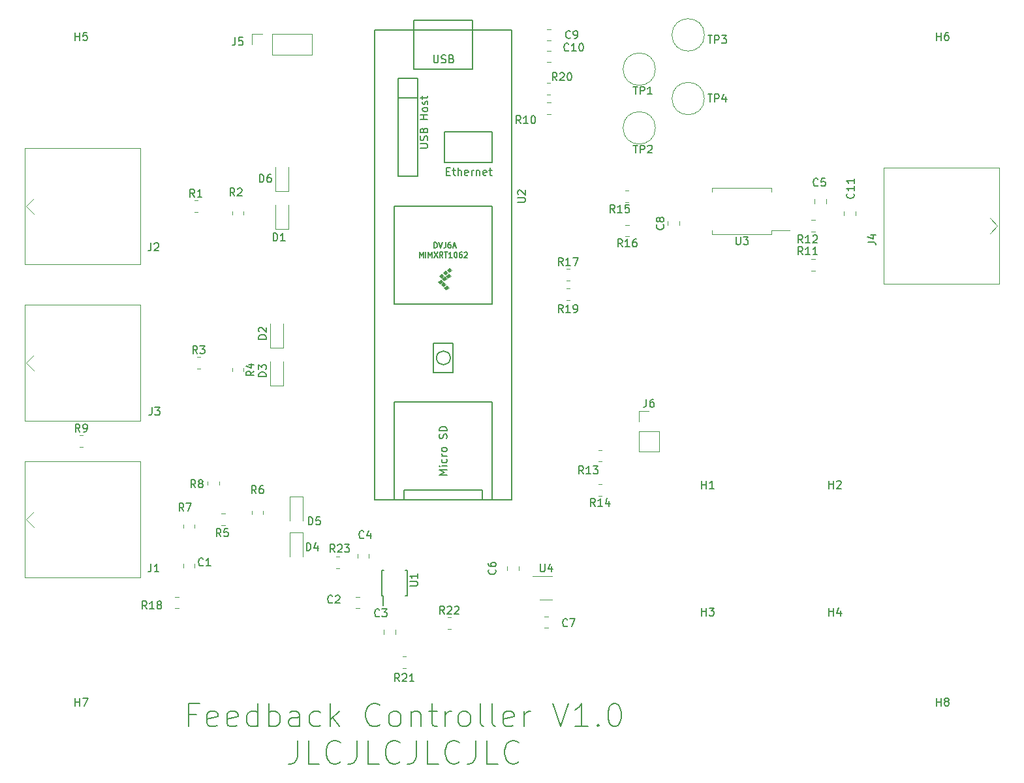
<source format=gbr>
%TF.GenerationSoftware,KiCad,Pcbnew,6.0.2+dfsg-1*%
%TF.CreationDate,2023-03-31T17:06:10+02:00*%
%TF.ProjectId,feedbackController,66656564-6261-4636-9b43-6f6e74726f6c,rev?*%
%TF.SameCoordinates,Original*%
%TF.FileFunction,Legend,Top*%
%TF.FilePolarity,Positive*%
%FSLAX46Y46*%
G04 Gerber Fmt 4.6, Leading zero omitted, Abs format (unit mm)*
G04 Created by KiCad (PCBNEW 6.0.2+dfsg-1) date 2023-03-31 17:06:10*
%MOMM*%
%LPD*%
G01*
G04 APERTURE LIST*
%ADD10C,0.150000*%
%ADD11C,0.120000*%
%ADD12C,0.100000*%
G04 APERTURE END LIST*
D10*
X98730000Y-142150714D02*
X97730000Y-142150714D01*
X97730000Y-143722142D02*
X97730000Y-140722142D01*
X99158571Y-140722142D01*
X101444285Y-143579285D02*
X101158571Y-143722142D01*
X100587142Y-143722142D01*
X100301428Y-143579285D01*
X100158571Y-143293571D01*
X100158571Y-142150714D01*
X100301428Y-141865000D01*
X100587142Y-141722142D01*
X101158571Y-141722142D01*
X101444285Y-141865000D01*
X101587142Y-142150714D01*
X101587142Y-142436428D01*
X100158571Y-142722142D01*
X104015714Y-143579285D02*
X103730000Y-143722142D01*
X103158571Y-143722142D01*
X102872857Y-143579285D01*
X102730000Y-143293571D01*
X102730000Y-142150714D01*
X102872857Y-141865000D01*
X103158571Y-141722142D01*
X103730000Y-141722142D01*
X104015714Y-141865000D01*
X104158571Y-142150714D01*
X104158571Y-142436428D01*
X102730000Y-142722142D01*
X106730000Y-143722142D02*
X106730000Y-140722142D01*
X106730000Y-143579285D02*
X106444285Y-143722142D01*
X105872857Y-143722142D01*
X105587142Y-143579285D01*
X105444285Y-143436428D01*
X105301428Y-143150714D01*
X105301428Y-142293571D01*
X105444285Y-142007857D01*
X105587142Y-141865000D01*
X105872857Y-141722142D01*
X106444285Y-141722142D01*
X106730000Y-141865000D01*
X108158571Y-143722142D02*
X108158571Y-140722142D01*
X108158571Y-141865000D02*
X108444285Y-141722142D01*
X109015714Y-141722142D01*
X109301428Y-141865000D01*
X109444285Y-142007857D01*
X109587142Y-142293571D01*
X109587142Y-143150714D01*
X109444285Y-143436428D01*
X109301428Y-143579285D01*
X109015714Y-143722142D01*
X108444285Y-143722142D01*
X108158571Y-143579285D01*
X112158571Y-143722142D02*
X112158571Y-142150714D01*
X112015714Y-141865000D01*
X111730000Y-141722142D01*
X111158571Y-141722142D01*
X110872857Y-141865000D01*
X112158571Y-143579285D02*
X111872857Y-143722142D01*
X111158571Y-143722142D01*
X110872857Y-143579285D01*
X110730000Y-143293571D01*
X110730000Y-143007857D01*
X110872857Y-142722142D01*
X111158571Y-142579285D01*
X111872857Y-142579285D01*
X112158571Y-142436428D01*
X114872857Y-143579285D02*
X114587142Y-143722142D01*
X114015714Y-143722142D01*
X113730000Y-143579285D01*
X113587142Y-143436428D01*
X113444285Y-143150714D01*
X113444285Y-142293571D01*
X113587142Y-142007857D01*
X113730000Y-141865000D01*
X114015714Y-141722142D01*
X114587142Y-141722142D01*
X114872857Y-141865000D01*
X116158571Y-143722142D02*
X116158571Y-140722142D01*
X116444285Y-142579285D02*
X117301428Y-143722142D01*
X117301428Y-141722142D02*
X116158571Y-142865000D01*
X122587142Y-143436428D02*
X122444285Y-143579285D01*
X122015714Y-143722142D01*
X121730000Y-143722142D01*
X121301428Y-143579285D01*
X121015714Y-143293571D01*
X120872857Y-143007857D01*
X120730000Y-142436428D01*
X120730000Y-142007857D01*
X120872857Y-141436428D01*
X121015714Y-141150714D01*
X121301428Y-140865000D01*
X121730000Y-140722142D01*
X122015714Y-140722142D01*
X122444285Y-140865000D01*
X122587142Y-141007857D01*
X124301428Y-143722142D02*
X124015714Y-143579285D01*
X123872857Y-143436428D01*
X123730000Y-143150714D01*
X123730000Y-142293571D01*
X123872857Y-142007857D01*
X124015714Y-141865000D01*
X124301428Y-141722142D01*
X124730000Y-141722142D01*
X125015714Y-141865000D01*
X125158571Y-142007857D01*
X125301428Y-142293571D01*
X125301428Y-143150714D01*
X125158571Y-143436428D01*
X125015714Y-143579285D01*
X124730000Y-143722142D01*
X124301428Y-143722142D01*
X126587142Y-141722142D02*
X126587142Y-143722142D01*
X126587142Y-142007857D02*
X126730000Y-141865000D01*
X127015714Y-141722142D01*
X127444285Y-141722142D01*
X127730000Y-141865000D01*
X127872857Y-142150714D01*
X127872857Y-143722142D01*
X128872857Y-141722142D02*
X130015714Y-141722142D01*
X129301428Y-140722142D02*
X129301428Y-143293571D01*
X129444285Y-143579285D01*
X129730000Y-143722142D01*
X130015714Y-143722142D01*
X131015714Y-143722142D02*
X131015714Y-141722142D01*
X131015714Y-142293571D02*
X131158571Y-142007857D01*
X131301428Y-141865000D01*
X131587142Y-141722142D01*
X131872857Y-141722142D01*
X133301428Y-143722142D02*
X133015714Y-143579285D01*
X132872857Y-143436428D01*
X132730000Y-143150714D01*
X132730000Y-142293571D01*
X132872857Y-142007857D01*
X133015714Y-141865000D01*
X133301428Y-141722142D01*
X133730000Y-141722142D01*
X134015714Y-141865000D01*
X134158571Y-142007857D01*
X134301428Y-142293571D01*
X134301428Y-143150714D01*
X134158571Y-143436428D01*
X134015714Y-143579285D01*
X133730000Y-143722142D01*
X133301428Y-143722142D01*
X136015714Y-143722142D02*
X135730000Y-143579285D01*
X135587142Y-143293571D01*
X135587142Y-140722142D01*
X137587142Y-143722142D02*
X137301428Y-143579285D01*
X137158571Y-143293571D01*
X137158571Y-140722142D01*
X139872857Y-143579285D02*
X139587142Y-143722142D01*
X139015714Y-143722142D01*
X138730000Y-143579285D01*
X138587142Y-143293571D01*
X138587142Y-142150714D01*
X138730000Y-141865000D01*
X139015714Y-141722142D01*
X139587142Y-141722142D01*
X139872857Y-141865000D01*
X140015714Y-142150714D01*
X140015714Y-142436428D01*
X138587142Y-142722142D01*
X141301428Y-143722142D02*
X141301428Y-141722142D01*
X141301428Y-142293571D02*
X141444285Y-142007857D01*
X141587142Y-141865000D01*
X141872857Y-141722142D01*
X142158571Y-141722142D01*
X145015714Y-140722142D02*
X146015714Y-143722142D01*
X147015714Y-140722142D01*
X149587142Y-143722142D02*
X147872857Y-143722142D01*
X148730000Y-143722142D02*
X148730000Y-140722142D01*
X148444285Y-141150714D01*
X148158571Y-141436428D01*
X147872857Y-141579285D01*
X150872857Y-143436428D02*
X151015714Y-143579285D01*
X150872857Y-143722142D01*
X150730000Y-143579285D01*
X150872857Y-143436428D01*
X150872857Y-143722142D01*
X152872857Y-140722142D02*
X153158571Y-140722142D01*
X153444285Y-140865000D01*
X153587142Y-141007857D01*
X153730000Y-141293571D01*
X153872857Y-141865000D01*
X153872857Y-142579285D01*
X153730000Y-143150714D01*
X153587142Y-143436428D01*
X153444285Y-143579285D01*
X153158571Y-143722142D01*
X152872857Y-143722142D01*
X152587142Y-143579285D01*
X152444285Y-143436428D01*
X152301428Y-143150714D01*
X152158571Y-142579285D01*
X152158571Y-141865000D01*
X152301428Y-141293571D01*
X152444285Y-141007857D01*
X152587142Y-140865000D01*
X152872857Y-140722142D01*
X111872857Y-145552142D02*
X111872857Y-147695000D01*
X111730000Y-148123571D01*
X111444285Y-148409285D01*
X111015714Y-148552142D01*
X110730000Y-148552142D01*
X114730000Y-148552142D02*
X113301428Y-148552142D01*
X113301428Y-145552142D01*
X117444285Y-148266428D02*
X117301428Y-148409285D01*
X116872857Y-148552142D01*
X116587142Y-148552142D01*
X116158571Y-148409285D01*
X115872857Y-148123571D01*
X115730000Y-147837857D01*
X115587142Y-147266428D01*
X115587142Y-146837857D01*
X115730000Y-146266428D01*
X115872857Y-145980714D01*
X116158571Y-145695000D01*
X116587142Y-145552142D01*
X116872857Y-145552142D01*
X117301428Y-145695000D01*
X117444285Y-145837857D01*
X119587142Y-145552142D02*
X119587142Y-147695000D01*
X119444285Y-148123571D01*
X119158571Y-148409285D01*
X118730000Y-148552142D01*
X118444285Y-148552142D01*
X122444285Y-148552142D02*
X121015714Y-148552142D01*
X121015714Y-145552142D01*
X125158571Y-148266428D02*
X125015714Y-148409285D01*
X124587142Y-148552142D01*
X124301428Y-148552142D01*
X123872857Y-148409285D01*
X123587142Y-148123571D01*
X123444285Y-147837857D01*
X123301428Y-147266428D01*
X123301428Y-146837857D01*
X123444285Y-146266428D01*
X123587142Y-145980714D01*
X123872857Y-145695000D01*
X124301428Y-145552142D01*
X124587142Y-145552142D01*
X125015714Y-145695000D01*
X125158571Y-145837857D01*
X127301428Y-145552142D02*
X127301428Y-147695000D01*
X127158571Y-148123571D01*
X126872857Y-148409285D01*
X126444285Y-148552142D01*
X126158571Y-148552142D01*
X130158571Y-148552142D02*
X128730000Y-148552142D01*
X128730000Y-145552142D01*
X132872857Y-148266428D02*
X132730000Y-148409285D01*
X132301428Y-148552142D01*
X132015714Y-148552142D01*
X131587142Y-148409285D01*
X131301428Y-148123571D01*
X131158571Y-147837857D01*
X131015714Y-147266428D01*
X131015714Y-146837857D01*
X131158571Y-146266428D01*
X131301428Y-145980714D01*
X131587142Y-145695000D01*
X132015714Y-145552142D01*
X132301428Y-145552142D01*
X132730000Y-145695000D01*
X132872857Y-145837857D01*
X135015714Y-145552142D02*
X135015714Y-147695000D01*
X134872857Y-148123571D01*
X134587142Y-148409285D01*
X134158571Y-148552142D01*
X133872857Y-148552142D01*
X137872857Y-148552142D02*
X136444285Y-148552142D01*
X136444285Y-145552142D01*
X140587142Y-148266428D02*
X140444285Y-148409285D01*
X140015714Y-148552142D01*
X139730000Y-148552142D01*
X139301428Y-148409285D01*
X139015714Y-148123571D01*
X138872857Y-147837857D01*
X138730000Y-147266428D01*
X138730000Y-146837857D01*
X138872857Y-146266428D01*
X139015714Y-145980714D01*
X139301428Y-145695000D01*
X139730000Y-145552142D01*
X140015714Y-145552142D01*
X140444285Y-145695000D01*
X140587142Y-145837857D01*
%TO.C,R21*%
X125087142Y-137866380D02*
X124753809Y-137390190D01*
X124515714Y-137866380D02*
X124515714Y-136866380D01*
X124896666Y-136866380D01*
X124991904Y-136914000D01*
X125039523Y-136961619D01*
X125087142Y-137056857D01*
X125087142Y-137199714D01*
X125039523Y-137294952D01*
X124991904Y-137342571D01*
X124896666Y-137390190D01*
X124515714Y-137390190D01*
X125468095Y-136961619D02*
X125515714Y-136914000D01*
X125610952Y-136866380D01*
X125849047Y-136866380D01*
X125944285Y-136914000D01*
X125991904Y-136961619D01*
X126039523Y-137056857D01*
X126039523Y-137152095D01*
X125991904Y-137294952D01*
X125420476Y-137866380D01*
X126039523Y-137866380D01*
X126991904Y-137866380D02*
X126420476Y-137866380D01*
X126706190Y-137866380D02*
X126706190Y-136866380D01*
X126610952Y-137009238D01*
X126515714Y-137104476D01*
X126420476Y-137152095D01*
%TO.C,J6*%
X157146666Y-101262380D02*
X157146666Y-101976666D01*
X157099047Y-102119523D01*
X157003809Y-102214761D01*
X156860952Y-102262380D01*
X156765714Y-102262380D01*
X158051428Y-101262380D02*
X157860952Y-101262380D01*
X157765714Y-101310000D01*
X157718095Y-101357619D01*
X157622857Y-101500476D01*
X157575238Y-101690952D01*
X157575238Y-102071904D01*
X157622857Y-102167142D01*
X157670476Y-102214761D01*
X157765714Y-102262380D01*
X157956190Y-102262380D01*
X158051428Y-102214761D01*
X158099047Y-102167142D01*
X158146666Y-102071904D01*
X158146666Y-101833809D01*
X158099047Y-101738571D01*
X158051428Y-101690952D01*
X157956190Y-101643333D01*
X157765714Y-101643333D01*
X157670476Y-101690952D01*
X157622857Y-101738571D01*
X157575238Y-101833809D01*
%TO.C,R11*%
X177411142Y-82494380D02*
X177077809Y-82018190D01*
X176839714Y-82494380D02*
X176839714Y-81494380D01*
X177220666Y-81494380D01*
X177315904Y-81542000D01*
X177363523Y-81589619D01*
X177411142Y-81684857D01*
X177411142Y-81827714D01*
X177363523Y-81922952D01*
X177315904Y-81970571D01*
X177220666Y-82018190D01*
X176839714Y-82018190D01*
X178363523Y-82494380D02*
X177792095Y-82494380D01*
X178077809Y-82494380D02*
X178077809Y-81494380D01*
X177982571Y-81637238D01*
X177887333Y-81732476D01*
X177792095Y-81780095D01*
X179315904Y-82494380D02*
X178744476Y-82494380D01*
X179030190Y-82494380D02*
X179030190Y-81494380D01*
X178934952Y-81637238D01*
X178839714Y-81732476D01*
X178744476Y-81780095D01*
%TO.C,J1*%
X92884666Y-122642380D02*
X92884666Y-123356666D01*
X92837047Y-123499523D01*
X92741809Y-123594761D01*
X92598952Y-123642380D01*
X92503714Y-123642380D01*
X93884666Y-123642380D02*
X93313238Y-123642380D01*
X93598952Y-123642380D02*
X93598952Y-122642380D01*
X93503714Y-122785238D01*
X93408476Y-122880476D01*
X93313238Y-122928095D01*
%TO.C,TP1*%
X155448095Y-60672380D02*
X156019523Y-60672380D01*
X155733809Y-61672380D02*
X155733809Y-60672380D01*
X156352857Y-61672380D02*
X156352857Y-60672380D01*
X156733809Y-60672380D01*
X156829047Y-60720000D01*
X156876666Y-60767619D01*
X156924285Y-60862857D01*
X156924285Y-61005714D01*
X156876666Y-61100952D01*
X156829047Y-61148571D01*
X156733809Y-61196190D01*
X156352857Y-61196190D01*
X157876666Y-61672380D02*
X157305238Y-61672380D01*
X157590952Y-61672380D02*
X157590952Y-60672380D01*
X157495714Y-60815238D01*
X157400476Y-60910476D01*
X157305238Y-60958095D01*
%TO.C,TP4*%
X165108095Y-61682380D02*
X165679523Y-61682380D01*
X165393809Y-62682380D02*
X165393809Y-61682380D01*
X166012857Y-62682380D02*
X166012857Y-61682380D01*
X166393809Y-61682380D01*
X166489047Y-61730000D01*
X166536666Y-61777619D01*
X166584285Y-61872857D01*
X166584285Y-62015714D01*
X166536666Y-62110952D01*
X166489047Y-62158571D01*
X166393809Y-62206190D01*
X166012857Y-62206190D01*
X167441428Y-62015714D02*
X167441428Y-62682380D01*
X167203333Y-61634761D02*
X166965238Y-62349047D01*
X167584285Y-62349047D01*
%TO.C,D1*%
X108735904Y-80716380D02*
X108735904Y-79716380D01*
X108974000Y-79716380D01*
X109116857Y-79764000D01*
X109212095Y-79859238D01*
X109259714Y-79954476D01*
X109307333Y-80144952D01*
X109307333Y-80287809D01*
X109259714Y-80478285D01*
X109212095Y-80573523D01*
X109116857Y-80668761D01*
X108974000Y-80716380D01*
X108735904Y-80716380D01*
X110259714Y-80716380D02*
X109688285Y-80716380D01*
X109974000Y-80716380D02*
X109974000Y-79716380D01*
X109878761Y-79859238D01*
X109783523Y-79954476D01*
X109688285Y-80002095D01*
%TO.C,H1*%
X164338095Y-112847380D02*
X164338095Y-111847380D01*
X164338095Y-112323571D02*
X164909523Y-112323571D01*
X164909523Y-112847380D02*
X164909523Y-111847380D01*
X165909523Y-112847380D02*
X165338095Y-112847380D01*
X165623809Y-112847380D02*
X165623809Y-111847380D01*
X165528571Y-111990238D01*
X165433333Y-112085476D01*
X165338095Y-112133095D01*
%TO.C,R10*%
X140835142Y-65476380D02*
X140501809Y-65000190D01*
X140263714Y-65476380D02*
X140263714Y-64476380D01*
X140644666Y-64476380D01*
X140739904Y-64524000D01*
X140787523Y-64571619D01*
X140835142Y-64666857D01*
X140835142Y-64809714D01*
X140787523Y-64904952D01*
X140739904Y-64952571D01*
X140644666Y-65000190D01*
X140263714Y-65000190D01*
X141787523Y-65476380D02*
X141216095Y-65476380D01*
X141501809Y-65476380D02*
X141501809Y-64476380D01*
X141406571Y-64619238D01*
X141311333Y-64714476D01*
X141216095Y-64762095D01*
X142406571Y-64476380D02*
X142501809Y-64476380D01*
X142597047Y-64524000D01*
X142644666Y-64571619D01*
X142692285Y-64666857D01*
X142739904Y-64857333D01*
X142739904Y-65095428D01*
X142692285Y-65285904D01*
X142644666Y-65381142D01*
X142597047Y-65428761D01*
X142501809Y-65476380D01*
X142406571Y-65476380D01*
X142311333Y-65428761D01*
X142263714Y-65381142D01*
X142216095Y-65285904D01*
X142168476Y-65095428D01*
X142168476Y-64857333D01*
X142216095Y-64666857D01*
X142263714Y-64571619D01*
X142311333Y-64524000D01*
X142406571Y-64476380D01*
%TO.C,C2*%
X116419333Y-127611142D02*
X116371714Y-127658761D01*
X116228857Y-127706380D01*
X116133619Y-127706380D01*
X115990761Y-127658761D01*
X115895523Y-127563523D01*
X115847904Y-127468285D01*
X115800285Y-127277809D01*
X115800285Y-127134952D01*
X115847904Y-126944476D01*
X115895523Y-126849238D01*
X115990761Y-126754000D01*
X116133619Y-126706380D01*
X116228857Y-126706380D01*
X116371714Y-126754000D01*
X116419333Y-126801619D01*
X116800285Y-126801619D02*
X116847904Y-126754000D01*
X116943142Y-126706380D01*
X117181238Y-126706380D01*
X117276476Y-126754000D01*
X117324095Y-126801619D01*
X117371714Y-126896857D01*
X117371714Y-126992095D01*
X117324095Y-127134952D01*
X116752666Y-127706380D01*
X117371714Y-127706380D01*
%TO.C,H6*%
X194818095Y-54672380D02*
X194818095Y-53672380D01*
X194818095Y-54148571D02*
X195389523Y-54148571D01*
X195389523Y-54672380D02*
X195389523Y-53672380D01*
X196294285Y-53672380D02*
X196103809Y-53672380D01*
X196008571Y-53720000D01*
X195960952Y-53767619D01*
X195865714Y-53910476D01*
X195818095Y-54100952D01*
X195818095Y-54481904D01*
X195865714Y-54577142D01*
X195913333Y-54624761D01*
X196008571Y-54672380D01*
X196199047Y-54672380D01*
X196294285Y-54624761D01*
X196341904Y-54577142D01*
X196389523Y-54481904D01*
X196389523Y-54243809D01*
X196341904Y-54148571D01*
X196294285Y-54100952D01*
X196199047Y-54053333D01*
X196008571Y-54053333D01*
X195913333Y-54100952D01*
X195865714Y-54148571D01*
X195818095Y-54243809D01*
%TO.C,R8*%
X98639333Y-112720380D02*
X98306000Y-112244190D01*
X98067904Y-112720380D02*
X98067904Y-111720380D01*
X98448857Y-111720380D01*
X98544095Y-111768000D01*
X98591714Y-111815619D01*
X98639333Y-111910857D01*
X98639333Y-112053714D01*
X98591714Y-112148952D01*
X98544095Y-112196571D01*
X98448857Y-112244190D01*
X98067904Y-112244190D01*
X99210761Y-112148952D02*
X99115523Y-112101333D01*
X99067904Y-112053714D01*
X99020285Y-111958476D01*
X99020285Y-111910857D01*
X99067904Y-111815619D01*
X99115523Y-111768000D01*
X99210761Y-111720380D01*
X99401238Y-111720380D01*
X99496476Y-111768000D01*
X99544095Y-111815619D01*
X99591714Y-111910857D01*
X99591714Y-111958476D01*
X99544095Y-112053714D01*
X99496476Y-112101333D01*
X99401238Y-112148952D01*
X99210761Y-112148952D01*
X99115523Y-112196571D01*
X99067904Y-112244190D01*
X99020285Y-112339428D01*
X99020285Y-112529904D01*
X99067904Y-112625142D01*
X99115523Y-112672761D01*
X99210761Y-112720380D01*
X99401238Y-112720380D01*
X99496476Y-112672761D01*
X99544095Y-112625142D01*
X99591714Y-112529904D01*
X99591714Y-112339428D01*
X99544095Y-112244190D01*
X99496476Y-112196571D01*
X99401238Y-112148952D01*
%TO.C,C10*%
X147058142Y-55983142D02*
X147010523Y-56030761D01*
X146867666Y-56078380D01*
X146772428Y-56078380D01*
X146629571Y-56030761D01*
X146534333Y-55935523D01*
X146486714Y-55840285D01*
X146439095Y-55649809D01*
X146439095Y-55506952D01*
X146486714Y-55316476D01*
X146534333Y-55221238D01*
X146629571Y-55126000D01*
X146772428Y-55078380D01*
X146867666Y-55078380D01*
X147010523Y-55126000D01*
X147058142Y-55173619D01*
X148010523Y-56078380D02*
X147439095Y-56078380D01*
X147724809Y-56078380D02*
X147724809Y-55078380D01*
X147629571Y-55221238D01*
X147534333Y-55316476D01*
X147439095Y-55364095D01*
X148629571Y-55078380D02*
X148724809Y-55078380D01*
X148820047Y-55126000D01*
X148867666Y-55173619D01*
X148915285Y-55268857D01*
X148962904Y-55459333D01*
X148962904Y-55697428D01*
X148915285Y-55887904D01*
X148867666Y-55983142D01*
X148820047Y-56030761D01*
X148724809Y-56078380D01*
X148629571Y-56078380D01*
X148534333Y-56030761D01*
X148486714Y-55983142D01*
X148439095Y-55887904D01*
X148391476Y-55697428D01*
X148391476Y-55459333D01*
X148439095Y-55268857D01*
X148486714Y-55173619D01*
X148534333Y-55126000D01*
X148629571Y-55078380D01*
%TO.C,D3*%
X107822380Y-98308095D02*
X106822380Y-98308095D01*
X106822380Y-98070000D01*
X106870000Y-97927142D01*
X106965238Y-97831904D01*
X107060476Y-97784285D01*
X107250952Y-97736666D01*
X107393809Y-97736666D01*
X107584285Y-97784285D01*
X107679523Y-97831904D01*
X107774761Y-97927142D01*
X107822380Y-98070000D01*
X107822380Y-98308095D01*
X106822380Y-97403333D02*
X106822380Y-96784285D01*
X107203333Y-97117619D01*
X107203333Y-96974761D01*
X107250952Y-96879523D01*
X107298571Y-96831904D01*
X107393809Y-96784285D01*
X107631904Y-96784285D01*
X107727142Y-96831904D01*
X107774761Y-96879523D01*
X107822380Y-96974761D01*
X107822380Y-97260476D01*
X107774761Y-97355714D01*
X107727142Y-97403333D01*
%TO.C,R9*%
X83653333Y-105482380D02*
X83320000Y-105006190D01*
X83081904Y-105482380D02*
X83081904Y-104482380D01*
X83462857Y-104482380D01*
X83558095Y-104530000D01*
X83605714Y-104577619D01*
X83653333Y-104672857D01*
X83653333Y-104815714D01*
X83605714Y-104910952D01*
X83558095Y-104958571D01*
X83462857Y-105006190D01*
X83081904Y-105006190D01*
X84129523Y-105482380D02*
X84320000Y-105482380D01*
X84415238Y-105434761D01*
X84462857Y-105387142D01*
X84558095Y-105244285D01*
X84605714Y-105053809D01*
X84605714Y-104672857D01*
X84558095Y-104577619D01*
X84510476Y-104530000D01*
X84415238Y-104482380D01*
X84224761Y-104482380D01*
X84129523Y-104530000D01*
X84081904Y-104577619D01*
X84034285Y-104672857D01*
X84034285Y-104910952D01*
X84081904Y-105006190D01*
X84129523Y-105053809D01*
X84224761Y-105101428D01*
X84415238Y-105101428D01*
X84510476Y-105053809D01*
X84558095Y-105006190D01*
X84605714Y-104910952D01*
%TO.C,R3*%
X98893333Y-95322380D02*
X98560000Y-94846190D01*
X98321904Y-95322380D02*
X98321904Y-94322380D01*
X98702857Y-94322380D01*
X98798095Y-94370000D01*
X98845714Y-94417619D01*
X98893333Y-94512857D01*
X98893333Y-94655714D01*
X98845714Y-94750952D01*
X98798095Y-94798571D01*
X98702857Y-94846190D01*
X98321904Y-94846190D01*
X99226666Y-94322380D02*
X99845714Y-94322380D01*
X99512380Y-94703333D01*
X99655238Y-94703333D01*
X99750476Y-94750952D01*
X99798095Y-94798571D01*
X99845714Y-94893809D01*
X99845714Y-95131904D01*
X99798095Y-95227142D01*
X99750476Y-95274761D01*
X99655238Y-95322380D01*
X99369523Y-95322380D01*
X99274285Y-95274761D01*
X99226666Y-95227142D01*
%TO.C,R17*%
X146319642Y-83892380D02*
X145986309Y-83416190D01*
X145748214Y-83892380D02*
X145748214Y-82892380D01*
X146129166Y-82892380D01*
X146224404Y-82940000D01*
X146272023Y-82987619D01*
X146319642Y-83082857D01*
X146319642Y-83225714D01*
X146272023Y-83320952D01*
X146224404Y-83368571D01*
X146129166Y-83416190D01*
X145748214Y-83416190D01*
X147272023Y-83892380D02*
X146700595Y-83892380D01*
X146986309Y-83892380D02*
X146986309Y-82892380D01*
X146891071Y-83035238D01*
X146795833Y-83130476D01*
X146700595Y-83178095D01*
X147605357Y-82892380D02*
X148272023Y-82892380D01*
X147843452Y-83892380D01*
%TO.C,H5*%
X83058095Y-54672380D02*
X83058095Y-53672380D01*
X83058095Y-54148571D02*
X83629523Y-54148571D01*
X83629523Y-54672380D02*
X83629523Y-53672380D01*
X84581904Y-53672380D02*
X84105714Y-53672380D01*
X84058095Y-54148571D01*
X84105714Y-54100952D01*
X84200952Y-54053333D01*
X84439047Y-54053333D01*
X84534285Y-54100952D01*
X84581904Y-54148571D01*
X84629523Y-54243809D01*
X84629523Y-54481904D01*
X84581904Y-54577142D01*
X84534285Y-54624761D01*
X84439047Y-54672380D01*
X84200952Y-54672380D01*
X84105714Y-54624761D01*
X84058095Y-54577142D01*
%TO.C,R4*%
X106242380Y-97599166D02*
X105766190Y-97932500D01*
X106242380Y-98170595D02*
X105242380Y-98170595D01*
X105242380Y-97789642D01*
X105290000Y-97694404D01*
X105337619Y-97646785D01*
X105432857Y-97599166D01*
X105575714Y-97599166D01*
X105670952Y-97646785D01*
X105718571Y-97694404D01*
X105766190Y-97789642D01*
X105766190Y-98170595D01*
X105575714Y-96742023D02*
X106242380Y-96742023D01*
X105194761Y-96980119D02*
X105909047Y-97218214D01*
X105909047Y-96599166D01*
%TO.C,C1*%
X99655333Y-122785142D02*
X99607714Y-122832761D01*
X99464857Y-122880380D01*
X99369619Y-122880380D01*
X99226761Y-122832761D01*
X99131523Y-122737523D01*
X99083904Y-122642285D01*
X99036285Y-122451809D01*
X99036285Y-122308952D01*
X99083904Y-122118476D01*
X99131523Y-122023238D01*
X99226761Y-121928000D01*
X99369619Y-121880380D01*
X99464857Y-121880380D01*
X99607714Y-121928000D01*
X99655333Y-121975619D01*
X100607714Y-122880380D02*
X100036285Y-122880380D01*
X100322000Y-122880380D02*
X100322000Y-121880380D01*
X100226761Y-122023238D01*
X100131523Y-122118476D01*
X100036285Y-122166095D01*
%TO.C,D5*%
X113307904Y-117546380D02*
X113307904Y-116546380D01*
X113546000Y-116546380D01*
X113688857Y-116594000D01*
X113784095Y-116689238D01*
X113831714Y-116784476D01*
X113879333Y-116974952D01*
X113879333Y-117117809D01*
X113831714Y-117308285D01*
X113784095Y-117403523D01*
X113688857Y-117498761D01*
X113546000Y-117546380D01*
X113307904Y-117546380D01*
X114784095Y-116546380D02*
X114307904Y-116546380D01*
X114260285Y-117022571D01*
X114307904Y-116974952D01*
X114403142Y-116927333D01*
X114641238Y-116927333D01*
X114736476Y-116974952D01*
X114784095Y-117022571D01*
X114831714Y-117117809D01*
X114831714Y-117355904D01*
X114784095Y-117451142D01*
X114736476Y-117498761D01*
X114641238Y-117546380D01*
X114403142Y-117546380D01*
X114307904Y-117498761D01*
X114260285Y-117451142D01*
%TO.C,C9*%
X147280333Y-54332142D02*
X147232714Y-54379761D01*
X147089857Y-54427380D01*
X146994619Y-54427380D01*
X146851761Y-54379761D01*
X146756523Y-54284523D01*
X146708904Y-54189285D01*
X146661285Y-53998809D01*
X146661285Y-53855952D01*
X146708904Y-53665476D01*
X146756523Y-53570238D01*
X146851761Y-53475000D01*
X146994619Y-53427380D01*
X147089857Y-53427380D01*
X147232714Y-53475000D01*
X147280333Y-53522619D01*
X147756523Y-54427380D02*
X147947000Y-54427380D01*
X148042238Y-54379761D01*
X148089857Y-54332142D01*
X148185095Y-54189285D01*
X148232714Y-53998809D01*
X148232714Y-53617857D01*
X148185095Y-53522619D01*
X148137476Y-53475000D01*
X148042238Y-53427380D01*
X147851761Y-53427380D01*
X147756523Y-53475000D01*
X147708904Y-53522619D01*
X147661285Y-53617857D01*
X147661285Y-53855952D01*
X147708904Y-53951190D01*
X147756523Y-53998809D01*
X147851761Y-54046428D01*
X148042238Y-54046428D01*
X148137476Y-53998809D01*
X148185095Y-53951190D01*
X148232714Y-53855952D01*
%TO.C,C11*%
X183999142Y-74556857D02*
X184046761Y-74604476D01*
X184094380Y-74747333D01*
X184094380Y-74842571D01*
X184046761Y-74985428D01*
X183951523Y-75080666D01*
X183856285Y-75128285D01*
X183665809Y-75175904D01*
X183522952Y-75175904D01*
X183332476Y-75128285D01*
X183237238Y-75080666D01*
X183142000Y-74985428D01*
X183094380Y-74842571D01*
X183094380Y-74747333D01*
X183142000Y-74604476D01*
X183189619Y-74556857D01*
X184094380Y-73604476D02*
X184094380Y-74175904D01*
X184094380Y-73890190D02*
X183094380Y-73890190D01*
X183237238Y-73985428D01*
X183332476Y-74080666D01*
X183380095Y-74175904D01*
X184094380Y-72652095D02*
X184094380Y-73223523D01*
X184094380Y-72937809D02*
X183094380Y-72937809D01*
X183237238Y-73033047D01*
X183332476Y-73128285D01*
X183380095Y-73223523D01*
%TO.C,C7*%
X146899333Y-130659142D02*
X146851714Y-130706761D01*
X146708857Y-130754380D01*
X146613619Y-130754380D01*
X146470761Y-130706761D01*
X146375523Y-130611523D01*
X146327904Y-130516285D01*
X146280285Y-130325809D01*
X146280285Y-130182952D01*
X146327904Y-129992476D01*
X146375523Y-129897238D01*
X146470761Y-129802000D01*
X146613619Y-129754380D01*
X146708857Y-129754380D01*
X146851714Y-129802000D01*
X146899333Y-129849619D01*
X147232666Y-129754380D02*
X147899333Y-129754380D01*
X147470761Y-130754380D01*
%TO.C,R1*%
X98535833Y-75002380D02*
X98202500Y-74526190D01*
X97964404Y-75002380D02*
X97964404Y-74002380D01*
X98345357Y-74002380D01*
X98440595Y-74050000D01*
X98488214Y-74097619D01*
X98535833Y-74192857D01*
X98535833Y-74335714D01*
X98488214Y-74430952D01*
X98440595Y-74478571D01*
X98345357Y-74526190D01*
X97964404Y-74526190D01*
X99488214Y-75002380D02*
X98916785Y-75002380D01*
X99202500Y-75002380D02*
X99202500Y-74002380D01*
X99107261Y-74145238D01*
X99012023Y-74240476D01*
X98916785Y-74288095D01*
%TO.C,J2*%
X92876666Y-80986380D02*
X92876666Y-81700666D01*
X92829047Y-81843523D01*
X92733809Y-81938761D01*
X92590952Y-81986380D01*
X92495714Y-81986380D01*
X93305238Y-81081619D02*
X93352857Y-81034000D01*
X93448095Y-80986380D01*
X93686190Y-80986380D01*
X93781428Y-81034000D01*
X93829047Y-81081619D01*
X93876666Y-81176857D01*
X93876666Y-81272095D01*
X93829047Y-81414952D01*
X93257619Y-81986380D01*
X93876666Y-81986380D01*
%TO.C,R7*%
X97115333Y-115768380D02*
X96782000Y-115292190D01*
X96543904Y-115768380D02*
X96543904Y-114768380D01*
X96924857Y-114768380D01*
X97020095Y-114816000D01*
X97067714Y-114863619D01*
X97115333Y-114958857D01*
X97115333Y-115101714D01*
X97067714Y-115196952D01*
X97020095Y-115244571D01*
X96924857Y-115292190D01*
X96543904Y-115292190D01*
X97448666Y-114768380D02*
X98115333Y-114768380D01*
X97686761Y-115768380D01*
%TO.C,R20*%
X145534142Y-59888380D02*
X145200809Y-59412190D01*
X144962714Y-59888380D02*
X144962714Y-58888380D01*
X145343666Y-58888380D01*
X145438904Y-58936000D01*
X145486523Y-58983619D01*
X145534142Y-59078857D01*
X145534142Y-59221714D01*
X145486523Y-59316952D01*
X145438904Y-59364571D01*
X145343666Y-59412190D01*
X144962714Y-59412190D01*
X145915095Y-58983619D02*
X145962714Y-58936000D01*
X146057952Y-58888380D01*
X146296047Y-58888380D01*
X146391285Y-58936000D01*
X146438904Y-58983619D01*
X146486523Y-59078857D01*
X146486523Y-59174095D01*
X146438904Y-59316952D01*
X145867476Y-59888380D01*
X146486523Y-59888380D01*
X147105571Y-58888380D02*
X147200809Y-58888380D01*
X147296047Y-58936000D01*
X147343666Y-58983619D01*
X147391285Y-59078857D01*
X147438904Y-59269333D01*
X147438904Y-59507428D01*
X147391285Y-59697904D01*
X147343666Y-59793142D01*
X147296047Y-59840761D01*
X147200809Y-59888380D01*
X147105571Y-59888380D01*
X147010333Y-59840761D01*
X146962714Y-59793142D01*
X146915095Y-59697904D01*
X146867476Y-59507428D01*
X146867476Y-59269333D01*
X146915095Y-59078857D01*
X146962714Y-58983619D01*
X147010333Y-58936000D01*
X147105571Y-58888380D01*
%TO.C,R5*%
X101941333Y-119070380D02*
X101608000Y-118594190D01*
X101369904Y-119070380D02*
X101369904Y-118070380D01*
X101750857Y-118070380D01*
X101846095Y-118118000D01*
X101893714Y-118165619D01*
X101941333Y-118260857D01*
X101941333Y-118403714D01*
X101893714Y-118498952D01*
X101846095Y-118546571D01*
X101750857Y-118594190D01*
X101369904Y-118594190D01*
X102846095Y-118070380D02*
X102369904Y-118070380D01*
X102322285Y-118546571D01*
X102369904Y-118498952D01*
X102465142Y-118451333D01*
X102703238Y-118451333D01*
X102798476Y-118498952D01*
X102846095Y-118546571D01*
X102893714Y-118641809D01*
X102893714Y-118879904D01*
X102846095Y-118975142D01*
X102798476Y-119022761D01*
X102703238Y-119070380D01*
X102465142Y-119070380D01*
X102369904Y-119022761D01*
X102322285Y-118975142D01*
%TO.C,R13*%
X148963142Y-110942380D02*
X148629809Y-110466190D01*
X148391714Y-110942380D02*
X148391714Y-109942380D01*
X148772666Y-109942380D01*
X148867904Y-109990000D01*
X148915523Y-110037619D01*
X148963142Y-110132857D01*
X148963142Y-110275714D01*
X148915523Y-110370952D01*
X148867904Y-110418571D01*
X148772666Y-110466190D01*
X148391714Y-110466190D01*
X149915523Y-110942380D02*
X149344095Y-110942380D01*
X149629809Y-110942380D02*
X149629809Y-109942380D01*
X149534571Y-110085238D01*
X149439333Y-110180476D01*
X149344095Y-110228095D01*
X150248857Y-109942380D02*
X150867904Y-109942380D01*
X150534571Y-110323333D01*
X150677428Y-110323333D01*
X150772666Y-110370952D01*
X150820285Y-110418571D01*
X150867904Y-110513809D01*
X150867904Y-110751904D01*
X150820285Y-110847142D01*
X150772666Y-110894761D01*
X150677428Y-110942380D01*
X150391714Y-110942380D01*
X150296476Y-110894761D01*
X150248857Y-110847142D01*
%TO.C,R14*%
X150487142Y-115132380D02*
X150153809Y-114656190D01*
X149915714Y-115132380D02*
X149915714Y-114132380D01*
X150296666Y-114132380D01*
X150391904Y-114180000D01*
X150439523Y-114227619D01*
X150487142Y-114322857D01*
X150487142Y-114465714D01*
X150439523Y-114560952D01*
X150391904Y-114608571D01*
X150296666Y-114656190D01*
X149915714Y-114656190D01*
X151439523Y-115132380D02*
X150868095Y-115132380D01*
X151153809Y-115132380D02*
X151153809Y-114132380D01*
X151058571Y-114275238D01*
X150963333Y-114370476D01*
X150868095Y-114418095D01*
X152296666Y-114465714D02*
X152296666Y-115132380D01*
X152058571Y-114084761D02*
X151820476Y-114799047D01*
X152439523Y-114799047D01*
%TO.C,C8*%
X159332142Y-78591666D02*
X159379761Y-78639285D01*
X159427380Y-78782142D01*
X159427380Y-78877380D01*
X159379761Y-79020238D01*
X159284523Y-79115476D01*
X159189285Y-79163095D01*
X158998809Y-79210714D01*
X158855952Y-79210714D01*
X158665476Y-79163095D01*
X158570238Y-79115476D01*
X158475000Y-79020238D01*
X158427380Y-78877380D01*
X158427380Y-78782142D01*
X158475000Y-78639285D01*
X158522619Y-78591666D01*
X158855952Y-78020238D02*
X158808333Y-78115476D01*
X158760714Y-78163095D01*
X158665476Y-78210714D01*
X158617857Y-78210714D01*
X158522619Y-78163095D01*
X158475000Y-78115476D01*
X158427380Y-78020238D01*
X158427380Y-77829761D01*
X158475000Y-77734523D01*
X158522619Y-77686904D01*
X158617857Y-77639285D01*
X158665476Y-77639285D01*
X158760714Y-77686904D01*
X158808333Y-77734523D01*
X158855952Y-77829761D01*
X158855952Y-78020238D01*
X158903571Y-78115476D01*
X158951190Y-78163095D01*
X159046428Y-78210714D01*
X159236904Y-78210714D01*
X159332142Y-78163095D01*
X159379761Y-78115476D01*
X159427380Y-78020238D01*
X159427380Y-77829761D01*
X159379761Y-77734523D01*
X159332142Y-77686904D01*
X159236904Y-77639285D01*
X159046428Y-77639285D01*
X158951190Y-77686904D01*
X158903571Y-77734523D01*
X158855952Y-77829761D01*
%TO.C,D2*%
X107822380Y-93448095D02*
X106822380Y-93448095D01*
X106822380Y-93210000D01*
X106870000Y-93067142D01*
X106965238Y-92971904D01*
X107060476Y-92924285D01*
X107250952Y-92876666D01*
X107393809Y-92876666D01*
X107584285Y-92924285D01*
X107679523Y-92971904D01*
X107774761Y-93067142D01*
X107822380Y-93210000D01*
X107822380Y-93448095D01*
X106917619Y-92495714D02*
X106870000Y-92448095D01*
X106822380Y-92352857D01*
X106822380Y-92114761D01*
X106870000Y-92019523D01*
X106917619Y-91971904D01*
X107012857Y-91924285D01*
X107108095Y-91924285D01*
X107250952Y-91971904D01*
X107822380Y-92543333D01*
X107822380Y-91924285D01*
%TO.C,R22*%
X130929142Y-129104380D02*
X130595809Y-128628190D01*
X130357714Y-129104380D02*
X130357714Y-128104380D01*
X130738666Y-128104380D01*
X130833904Y-128152000D01*
X130881523Y-128199619D01*
X130929142Y-128294857D01*
X130929142Y-128437714D01*
X130881523Y-128532952D01*
X130833904Y-128580571D01*
X130738666Y-128628190D01*
X130357714Y-128628190D01*
X131310095Y-128199619D02*
X131357714Y-128152000D01*
X131452952Y-128104380D01*
X131691047Y-128104380D01*
X131786285Y-128152000D01*
X131833904Y-128199619D01*
X131881523Y-128294857D01*
X131881523Y-128390095D01*
X131833904Y-128532952D01*
X131262476Y-129104380D01*
X131881523Y-129104380D01*
X132262476Y-128199619D02*
X132310095Y-128152000D01*
X132405333Y-128104380D01*
X132643428Y-128104380D01*
X132738666Y-128152000D01*
X132786285Y-128199619D01*
X132833904Y-128294857D01*
X132833904Y-128390095D01*
X132786285Y-128532952D01*
X132214857Y-129104380D01*
X132833904Y-129104380D01*
%TO.C,H8*%
X194818095Y-141032380D02*
X194818095Y-140032380D01*
X194818095Y-140508571D02*
X195389523Y-140508571D01*
X195389523Y-141032380D02*
X195389523Y-140032380D01*
X196008571Y-140460952D02*
X195913333Y-140413333D01*
X195865714Y-140365714D01*
X195818095Y-140270476D01*
X195818095Y-140222857D01*
X195865714Y-140127619D01*
X195913333Y-140080000D01*
X196008571Y-140032380D01*
X196199047Y-140032380D01*
X196294285Y-140080000D01*
X196341904Y-140127619D01*
X196389523Y-140222857D01*
X196389523Y-140270476D01*
X196341904Y-140365714D01*
X196294285Y-140413333D01*
X196199047Y-140460952D01*
X196008571Y-140460952D01*
X195913333Y-140508571D01*
X195865714Y-140556190D01*
X195818095Y-140651428D01*
X195818095Y-140841904D01*
X195865714Y-140937142D01*
X195913333Y-140984761D01*
X196008571Y-141032380D01*
X196199047Y-141032380D01*
X196294285Y-140984761D01*
X196341904Y-140937142D01*
X196389523Y-140841904D01*
X196389523Y-140651428D01*
X196341904Y-140556190D01*
X196294285Y-140508571D01*
X196199047Y-140460952D01*
%TO.C,TP2*%
X155448095Y-68292380D02*
X156019523Y-68292380D01*
X155733809Y-69292380D02*
X155733809Y-68292380D01*
X156352857Y-69292380D02*
X156352857Y-68292380D01*
X156733809Y-68292380D01*
X156829047Y-68340000D01*
X156876666Y-68387619D01*
X156924285Y-68482857D01*
X156924285Y-68625714D01*
X156876666Y-68720952D01*
X156829047Y-68768571D01*
X156733809Y-68816190D01*
X156352857Y-68816190D01*
X157305238Y-68387619D02*
X157352857Y-68340000D01*
X157448095Y-68292380D01*
X157686190Y-68292380D01*
X157781428Y-68340000D01*
X157829047Y-68387619D01*
X157876666Y-68482857D01*
X157876666Y-68578095D01*
X157829047Y-68720952D01*
X157257619Y-69292380D01*
X157876666Y-69292380D01*
%TO.C,R18*%
X92321142Y-128468380D02*
X91987809Y-127992190D01*
X91749714Y-128468380D02*
X91749714Y-127468380D01*
X92130666Y-127468380D01*
X92225904Y-127516000D01*
X92273523Y-127563619D01*
X92321142Y-127658857D01*
X92321142Y-127801714D01*
X92273523Y-127896952D01*
X92225904Y-127944571D01*
X92130666Y-127992190D01*
X91749714Y-127992190D01*
X93273523Y-128468380D02*
X92702095Y-128468380D01*
X92987809Y-128468380D02*
X92987809Y-127468380D01*
X92892571Y-127611238D01*
X92797333Y-127706476D01*
X92702095Y-127754095D01*
X93844952Y-127896952D02*
X93749714Y-127849333D01*
X93702095Y-127801714D01*
X93654476Y-127706476D01*
X93654476Y-127658857D01*
X93702095Y-127563619D01*
X93749714Y-127516000D01*
X93844952Y-127468380D01*
X94035428Y-127468380D01*
X94130666Y-127516000D01*
X94178285Y-127563619D01*
X94225904Y-127658857D01*
X94225904Y-127706476D01*
X94178285Y-127801714D01*
X94130666Y-127849333D01*
X94035428Y-127896952D01*
X93844952Y-127896952D01*
X93749714Y-127944571D01*
X93702095Y-127992190D01*
X93654476Y-128087428D01*
X93654476Y-128277904D01*
X93702095Y-128373142D01*
X93749714Y-128420761D01*
X93844952Y-128468380D01*
X94035428Y-128468380D01*
X94130666Y-128420761D01*
X94178285Y-128373142D01*
X94225904Y-128277904D01*
X94225904Y-128087428D01*
X94178285Y-127992190D01*
X94130666Y-127944571D01*
X94035428Y-127896952D01*
%TO.C,H4*%
X180848095Y-129332380D02*
X180848095Y-128332380D01*
X180848095Y-128808571D02*
X181419523Y-128808571D01*
X181419523Y-129332380D02*
X181419523Y-128332380D01*
X182324285Y-128665714D02*
X182324285Y-129332380D01*
X182086190Y-128284761D02*
X181848095Y-128999047D01*
X182467142Y-128999047D01*
%TO.C,H3*%
X164338095Y-129332380D02*
X164338095Y-128332380D01*
X164338095Y-128808571D02*
X164909523Y-128808571D01*
X164909523Y-129332380D02*
X164909523Y-128332380D01*
X165290476Y-128332380D02*
X165909523Y-128332380D01*
X165576190Y-128713333D01*
X165719047Y-128713333D01*
X165814285Y-128760952D01*
X165861904Y-128808571D01*
X165909523Y-128903809D01*
X165909523Y-129141904D01*
X165861904Y-129237142D01*
X165814285Y-129284761D01*
X165719047Y-129332380D01*
X165433333Y-129332380D01*
X165338095Y-129284761D01*
X165290476Y-129237142D01*
%TO.C,J4*%
X185888380Y-80851333D02*
X186602666Y-80851333D01*
X186745523Y-80898952D01*
X186840761Y-80994190D01*
X186888380Y-81137047D01*
X186888380Y-81232285D01*
X186221714Y-79946571D02*
X186888380Y-79946571D01*
X185840761Y-80184666D02*
X186555047Y-80422761D01*
X186555047Y-79803714D01*
%TO.C,R12*%
X177411142Y-80970380D02*
X177077809Y-80494190D01*
X176839714Y-80970380D02*
X176839714Y-79970380D01*
X177220666Y-79970380D01*
X177315904Y-80018000D01*
X177363523Y-80065619D01*
X177411142Y-80160857D01*
X177411142Y-80303714D01*
X177363523Y-80398952D01*
X177315904Y-80446571D01*
X177220666Y-80494190D01*
X176839714Y-80494190D01*
X178363523Y-80970380D02*
X177792095Y-80970380D01*
X178077809Y-80970380D02*
X178077809Y-79970380D01*
X177982571Y-80113238D01*
X177887333Y-80208476D01*
X177792095Y-80256095D01*
X178744476Y-80065619D02*
X178792095Y-80018000D01*
X178887333Y-79970380D01*
X179125428Y-79970380D01*
X179220666Y-80018000D01*
X179268285Y-80065619D01*
X179315904Y-80160857D01*
X179315904Y-80256095D01*
X179268285Y-80398952D01*
X178696857Y-80970380D01*
X179315904Y-80970380D01*
%TO.C,C5*%
X179411333Y-73509142D02*
X179363714Y-73556761D01*
X179220857Y-73604380D01*
X179125619Y-73604380D01*
X178982761Y-73556761D01*
X178887523Y-73461523D01*
X178839904Y-73366285D01*
X178792285Y-73175809D01*
X178792285Y-73032952D01*
X178839904Y-72842476D01*
X178887523Y-72747238D01*
X178982761Y-72652000D01*
X179125619Y-72604380D01*
X179220857Y-72604380D01*
X179363714Y-72652000D01*
X179411333Y-72699619D01*
X180316095Y-72604380D02*
X179839904Y-72604380D01*
X179792285Y-73080571D01*
X179839904Y-73032952D01*
X179935142Y-72985333D01*
X180173238Y-72985333D01*
X180268476Y-73032952D01*
X180316095Y-73080571D01*
X180363714Y-73175809D01*
X180363714Y-73413904D01*
X180316095Y-73509142D01*
X180268476Y-73556761D01*
X180173238Y-73604380D01*
X179935142Y-73604380D01*
X179839904Y-73556761D01*
X179792285Y-73509142D01*
%TO.C,D6*%
X106957904Y-73096380D02*
X106957904Y-72096380D01*
X107196000Y-72096380D01*
X107338857Y-72144000D01*
X107434095Y-72239238D01*
X107481714Y-72334476D01*
X107529333Y-72524952D01*
X107529333Y-72667809D01*
X107481714Y-72858285D01*
X107434095Y-72953523D01*
X107338857Y-73048761D01*
X107196000Y-73096380D01*
X106957904Y-73096380D01*
X108386476Y-72096380D02*
X108196000Y-72096380D01*
X108100761Y-72144000D01*
X108053142Y-72191619D01*
X107957904Y-72334476D01*
X107910285Y-72524952D01*
X107910285Y-72905904D01*
X107957904Y-73001142D01*
X108005523Y-73048761D01*
X108100761Y-73096380D01*
X108291238Y-73096380D01*
X108386476Y-73048761D01*
X108434095Y-73001142D01*
X108481714Y-72905904D01*
X108481714Y-72667809D01*
X108434095Y-72572571D01*
X108386476Y-72524952D01*
X108291238Y-72477333D01*
X108100761Y-72477333D01*
X108005523Y-72524952D01*
X107957904Y-72572571D01*
X107910285Y-72667809D01*
%TO.C,TP3*%
X165108095Y-54062380D02*
X165679523Y-54062380D01*
X165393809Y-55062380D02*
X165393809Y-54062380D01*
X166012857Y-55062380D02*
X166012857Y-54062380D01*
X166393809Y-54062380D01*
X166489047Y-54110000D01*
X166536666Y-54157619D01*
X166584285Y-54252857D01*
X166584285Y-54395714D01*
X166536666Y-54490952D01*
X166489047Y-54538571D01*
X166393809Y-54586190D01*
X166012857Y-54586190D01*
X166917619Y-54062380D02*
X167536666Y-54062380D01*
X167203333Y-54443333D01*
X167346190Y-54443333D01*
X167441428Y-54490952D01*
X167489047Y-54538571D01*
X167536666Y-54633809D01*
X167536666Y-54871904D01*
X167489047Y-54967142D01*
X167441428Y-55014761D01*
X167346190Y-55062380D01*
X167060476Y-55062380D01*
X166965238Y-55014761D01*
X166917619Y-54967142D01*
%TO.C,H2*%
X180848095Y-112822380D02*
X180848095Y-111822380D01*
X180848095Y-112298571D02*
X181419523Y-112298571D01*
X181419523Y-112822380D02*
X181419523Y-111822380D01*
X181848095Y-111917619D02*
X181895714Y-111870000D01*
X181990952Y-111822380D01*
X182229047Y-111822380D01*
X182324285Y-111870000D01*
X182371904Y-111917619D01*
X182419523Y-112012857D01*
X182419523Y-112108095D01*
X182371904Y-112250952D01*
X181800476Y-112822380D01*
X182419523Y-112822380D01*
%TO.C,R16*%
X154019642Y-81477380D02*
X153686309Y-81001190D01*
X153448214Y-81477380D02*
X153448214Y-80477380D01*
X153829166Y-80477380D01*
X153924404Y-80525000D01*
X153972023Y-80572619D01*
X154019642Y-80667857D01*
X154019642Y-80810714D01*
X153972023Y-80905952D01*
X153924404Y-80953571D01*
X153829166Y-81001190D01*
X153448214Y-81001190D01*
X154972023Y-81477380D02*
X154400595Y-81477380D01*
X154686309Y-81477380D02*
X154686309Y-80477380D01*
X154591071Y-80620238D01*
X154495833Y-80715476D01*
X154400595Y-80763095D01*
X155829166Y-80477380D02*
X155638690Y-80477380D01*
X155543452Y-80525000D01*
X155495833Y-80572619D01*
X155400595Y-80715476D01*
X155352976Y-80905952D01*
X155352976Y-81286904D01*
X155400595Y-81382142D01*
X155448214Y-81429761D01*
X155543452Y-81477380D01*
X155733928Y-81477380D01*
X155829166Y-81429761D01*
X155876785Y-81382142D01*
X155924404Y-81286904D01*
X155924404Y-81048809D01*
X155876785Y-80953571D01*
X155829166Y-80905952D01*
X155733928Y-80858333D01*
X155543452Y-80858333D01*
X155448214Y-80905952D01*
X155400595Y-80953571D01*
X155352976Y-81048809D01*
%TO.C,J3*%
X93011666Y-102322380D02*
X93011666Y-103036666D01*
X92964047Y-103179523D01*
X92868809Y-103274761D01*
X92725952Y-103322380D01*
X92630714Y-103322380D01*
X93392619Y-102322380D02*
X94011666Y-102322380D01*
X93678333Y-102703333D01*
X93821190Y-102703333D01*
X93916428Y-102750952D01*
X93964047Y-102798571D01*
X94011666Y-102893809D01*
X94011666Y-103131904D01*
X93964047Y-103227142D01*
X93916428Y-103274761D01*
X93821190Y-103322380D01*
X93535476Y-103322380D01*
X93440238Y-103274761D01*
X93392619Y-103227142D01*
%TO.C,H7*%
X83058095Y-141032380D02*
X83058095Y-140032380D01*
X83058095Y-140508571D02*
X83629523Y-140508571D01*
X83629523Y-141032380D02*
X83629523Y-140032380D01*
X84010476Y-140032380D02*
X84677142Y-140032380D01*
X84248571Y-141032380D01*
%TO.C,U4*%
X143383095Y-122642380D02*
X143383095Y-123451904D01*
X143430714Y-123547142D01*
X143478333Y-123594761D01*
X143573571Y-123642380D01*
X143764047Y-123642380D01*
X143859285Y-123594761D01*
X143906904Y-123547142D01*
X143954523Y-123451904D01*
X143954523Y-122642380D01*
X144859285Y-122975714D02*
X144859285Y-123642380D01*
X144621190Y-122594761D02*
X144383095Y-123309047D01*
X145002142Y-123309047D01*
%TO.C,D4*%
X113053904Y-120882380D02*
X113053904Y-119882380D01*
X113292000Y-119882380D01*
X113434857Y-119930000D01*
X113530095Y-120025238D01*
X113577714Y-120120476D01*
X113625333Y-120310952D01*
X113625333Y-120453809D01*
X113577714Y-120644285D01*
X113530095Y-120739523D01*
X113434857Y-120834761D01*
X113292000Y-120882380D01*
X113053904Y-120882380D01*
X114482476Y-120215714D02*
X114482476Y-120882380D01*
X114244380Y-119834761D02*
X114006285Y-120549047D01*
X114625333Y-120549047D01*
%TO.C,C4*%
X120483333Y-119229142D02*
X120435714Y-119276761D01*
X120292857Y-119324380D01*
X120197619Y-119324380D01*
X120054761Y-119276761D01*
X119959523Y-119181523D01*
X119911904Y-119086285D01*
X119864285Y-118895809D01*
X119864285Y-118752952D01*
X119911904Y-118562476D01*
X119959523Y-118467238D01*
X120054761Y-118372000D01*
X120197619Y-118324380D01*
X120292857Y-118324380D01*
X120435714Y-118372000D01*
X120483333Y-118419619D01*
X121340476Y-118657714D02*
X121340476Y-119324380D01*
X121102380Y-118276761D02*
X120864285Y-118991047D01*
X121483333Y-118991047D01*
%TO.C,J5*%
X103806666Y-54316380D02*
X103806666Y-55030666D01*
X103759047Y-55173523D01*
X103663809Y-55268761D01*
X103520952Y-55316380D01*
X103425714Y-55316380D01*
X104759047Y-54316380D02*
X104282857Y-54316380D01*
X104235238Y-54792571D01*
X104282857Y-54744952D01*
X104378095Y-54697333D01*
X104616190Y-54697333D01*
X104711428Y-54744952D01*
X104759047Y-54792571D01*
X104806666Y-54887809D01*
X104806666Y-55125904D01*
X104759047Y-55221142D01*
X104711428Y-55268761D01*
X104616190Y-55316380D01*
X104378095Y-55316380D01*
X104282857Y-55268761D01*
X104235238Y-55221142D01*
%TO.C,R6*%
X106513333Y-113482380D02*
X106180000Y-113006190D01*
X105941904Y-113482380D02*
X105941904Y-112482380D01*
X106322857Y-112482380D01*
X106418095Y-112530000D01*
X106465714Y-112577619D01*
X106513333Y-112672857D01*
X106513333Y-112815714D01*
X106465714Y-112910952D01*
X106418095Y-112958571D01*
X106322857Y-113006190D01*
X105941904Y-113006190D01*
X107370476Y-112482380D02*
X107180000Y-112482380D01*
X107084761Y-112530000D01*
X107037142Y-112577619D01*
X106941904Y-112720476D01*
X106894285Y-112910952D01*
X106894285Y-113291904D01*
X106941904Y-113387142D01*
X106989523Y-113434761D01*
X107084761Y-113482380D01*
X107275238Y-113482380D01*
X107370476Y-113434761D01*
X107418095Y-113387142D01*
X107465714Y-113291904D01*
X107465714Y-113053809D01*
X107418095Y-112958571D01*
X107370476Y-112910952D01*
X107275238Y-112863333D01*
X107084761Y-112863333D01*
X106989523Y-112910952D01*
X106941904Y-112958571D01*
X106894285Y-113053809D01*
%TO.C,C6*%
X137517142Y-123356666D02*
X137564761Y-123404285D01*
X137612380Y-123547142D01*
X137612380Y-123642380D01*
X137564761Y-123785238D01*
X137469523Y-123880476D01*
X137374285Y-123928095D01*
X137183809Y-123975714D01*
X137040952Y-123975714D01*
X136850476Y-123928095D01*
X136755238Y-123880476D01*
X136660000Y-123785238D01*
X136612380Y-123642380D01*
X136612380Y-123547142D01*
X136660000Y-123404285D01*
X136707619Y-123356666D01*
X136612380Y-122499523D02*
X136612380Y-122690000D01*
X136660000Y-122785238D01*
X136707619Y-122832857D01*
X136850476Y-122928095D01*
X137040952Y-122975714D01*
X137421904Y-122975714D01*
X137517142Y-122928095D01*
X137564761Y-122880476D01*
X137612380Y-122785238D01*
X137612380Y-122594761D01*
X137564761Y-122499523D01*
X137517142Y-122451904D01*
X137421904Y-122404285D01*
X137183809Y-122404285D01*
X137088571Y-122451904D01*
X137040952Y-122499523D01*
X136993333Y-122594761D01*
X136993333Y-122785238D01*
X137040952Y-122880476D01*
X137088571Y-122928095D01*
X137183809Y-122975714D01*
%TO.C,R2*%
X103719333Y-74874380D02*
X103386000Y-74398190D01*
X103147904Y-74874380D02*
X103147904Y-73874380D01*
X103528857Y-73874380D01*
X103624095Y-73922000D01*
X103671714Y-73969619D01*
X103719333Y-74064857D01*
X103719333Y-74207714D01*
X103671714Y-74302952D01*
X103624095Y-74350571D01*
X103528857Y-74398190D01*
X103147904Y-74398190D01*
X104100285Y-73969619D02*
X104147904Y-73922000D01*
X104243142Y-73874380D01*
X104481238Y-73874380D01*
X104576476Y-73922000D01*
X104624095Y-73969619D01*
X104671714Y-74064857D01*
X104671714Y-74160095D01*
X104624095Y-74302952D01*
X104052666Y-74874380D01*
X104671714Y-74874380D01*
%TO.C,U3*%
X168783095Y-80167380D02*
X168783095Y-80976904D01*
X168830714Y-81072142D01*
X168878333Y-81119761D01*
X168973571Y-81167380D01*
X169164047Y-81167380D01*
X169259285Y-81119761D01*
X169306904Y-81072142D01*
X169354523Y-80976904D01*
X169354523Y-80167380D01*
X169735476Y-80167380D02*
X170354523Y-80167380D01*
X170021190Y-80548333D01*
X170164047Y-80548333D01*
X170259285Y-80595952D01*
X170306904Y-80643571D01*
X170354523Y-80738809D01*
X170354523Y-80976904D01*
X170306904Y-81072142D01*
X170259285Y-81119761D01*
X170164047Y-81167380D01*
X169878333Y-81167380D01*
X169783095Y-81119761D01*
X169735476Y-81072142D01*
%TO.C,C3*%
X122515333Y-129389142D02*
X122467714Y-129436761D01*
X122324857Y-129484380D01*
X122229619Y-129484380D01*
X122086761Y-129436761D01*
X121991523Y-129341523D01*
X121943904Y-129246285D01*
X121896285Y-129055809D01*
X121896285Y-128912952D01*
X121943904Y-128722476D01*
X121991523Y-128627238D01*
X122086761Y-128532000D01*
X122229619Y-128484380D01*
X122324857Y-128484380D01*
X122467714Y-128532000D01*
X122515333Y-128579619D01*
X122848666Y-128484380D02*
X123467714Y-128484380D01*
X123134380Y-128865333D01*
X123277238Y-128865333D01*
X123372476Y-128912952D01*
X123420095Y-128960571D01*
X123467714Y-129055809D01*
X123467714Y-129293904D01*
X123420095Y-129389142D01*
X123372476Y-129436761D01*
X123277238Y-129484380D01*
X122991523Y-129484380D01*
X122896285Y-129436761D01*
X122848666Y-129389142D01*
%TO.C,R23*%
X116705142Y-121102380D02*
X116371809Y-120626190D01*
X116133714Y-121102380D02*
X116133714Y-120102380D01*
X116514666Y-120102380D01*
X116609904Y-120150000D01*
X116657523Y-120197619D01*
X116705142Y-120292857D01*
X116705142Y-120435714D01*
X116657523Y-120530952D01*
X116609904Y-120578571D01*
X116514666Y-120626190D01*
X116133714Y-120626190D01*
X117086095Y-120197619D02*
X117133714Y-120150000D01*
X117228952Y-120102380D01*
X117467047Y-120102380D01*
X117562285Y-120150000D01*
X117609904Y-120197619D01*
X117657523Y-120292857D01*
X117657523Y-120388095D01*
X117609904Y-120530952D01*
X117038476Y-121102380D01*
X117657523Y-121102380D01*
X117990857Y-120102380D02*
X118609904Y-120102380D01*
X118276571Y-120483333D01*
X118419428Y-120483333D01*
X118514666Y-120530952D01*
X118562285Y-120578571D01*
X118609904Y-120673809D01*
X118609904Y-120911904D01*
X118562285Y-121007142D01*
X118514666Y-121054761D01*
X118419428Y-121102380D01*
X118133714Y-121102380D01*
X118038476Y-121054761D01*
X117990857Y-121007142D01*
%TO.C,R19*%
X146319642Y-89987380D02*
X145986309Y-89511190D01*
X145748214Y-89987380D02*
X145748214Y-88987380D01*
X146129166Y-88987380D01*
X146224404Y-89035000D01*
X146272023Y-89082619D01*
X146319642Y-89177857D01*
X146319642Y-89320714D01*
X146272023Y-89415952D01*
X146224404Y-89463571D01*
X146129166Y-89511190D01*
X145748214Y-89511190D01*
X147272023Y-89987380D02*
X146700595Y-89987380D01*
X146986309Y-89987380D02*
X146986309Y-88987380D01*
X146891071Y-89130238D01*
X146795833Y-89225476D01*
X146700595Y-89273095D01*
X147748214Y-89987380D02*
X147938690Y-89987380D01*
X148033928Y-89939761D01*
X148081547Y-89892142D01*
X148176785Y-89749285D01*
X148224404Y-89558809D01*
X148224404Y-89177857D01*
X148176785Y-89082619D01*
X148129166Y-89035000D01*
X148033928Y-88987380D01*
X147843452Y-88987380D01*
X147748214Y-89035000D01*
X147700595Y-89082619D01*
X147652976Y-89177857D01*
X147652976Y-89415952D01*
X147700595Y-89511190D01*
X147748214Y-89558809D01*
X147843452Y-89606428D01*
X148033928Y-89606428D01*
X148129166Y-89558809D01*
X148176785Y-89511190D01*
X148224404Y-89415952D01*
%TO.C,U1*%
X126452380Y-125475904D02*
X127261904Y-125475904D01*
X127357142Y-125428285D01*
X127404761Y-125380666D01*
X127452380Y-125285428D01*
X127452380Y-125094952D01*
X127404761Y-124999714D01*
X127357142Y-124952095D01*
X127261904Y-124904476D01*
X126452380Y-124904476D01*
X127452380Y-123904476D02*
X127452380Y-124475904D01*
X127452380Y-124190190D02*
X126452380Y-124190190D01*
X126595238Y-124285428D01*
X126690476Y-124380666D01*
X126738095Y-124475904D01*
%TO.C,U2*%
X140422380Y-75691904D02*
X141231904Y-75691904D01*
X141327142Y-75644285D01*
X141374761Y-75596666D01*
X141422380Y-75501428D01*
X141422380Y-75310952D01*
X141374761Y-75215714D01*
X141327142Y-75168095D01*
X141231904Y-75120476D01*
X140422380Y-75120476D01*
X140517619Y-74691904D02*
X140470000Y-74644285D01*
X140422380Y-74549047D01*
X140422380Y-74310952D01*
X140470000Y-74215714D01*
X140517619Y-74168095D01*
X140612857Y-74120476D01*
X140708095Y-74120476D01*
X140850952Y-74168095D01*
X141422380Y-74739523D01*
X141422380Y-74120476D01*
X129606666Y-81596666D02*
X129606666Y-80896666D01*
X129773333Y-80896666D01*
X129873333Y-80930000D01*
X129940000Y-80996666D01*
X129973333Y-81063333D01*
X130006666Y-81196666D01*
X130006666Y-81296666D01*
X129973333Y-81430000D01*
X129940000Y-81496666D01*
X129873333Y-81563333D01*
X129773333Y-81596666D01*
X129606666Y-81596666D01*
X130206666Y-80896666D02*
X130440000Y-81596666D01*
X130673333Y-80896666D01*
X131106666Y-80896666D02*
X131106666Y-81396666D01*
X131073333Y-81496666D01*
X131006666Y-81563333D01*
X130906666Y-81596666D01*
X130840000Y-81596666D01*
X131740000Y-80896666D02*
X131606666Y-80896666D01*
X131540000Y-80930000D01*
X131506666Y-80963333D01*
X131440000Y-81063333D01*
X131406666Y-81196666D01*
X131406666Y-81463333D01*
X131440000Y-81530000D01*
X131473333Y-81563333D01*
X131540000Y-81596666D01*
X131673333Y-81596666D01*
X131740000Y-81563333D01*
X131773333Y-81530000D01*
X131806666Y-81463333D01*
X131806666Y-81296666D01*
X131773333Y-81230000D01*
X131740000Y-81196666D01*
X131673333Y-81163333D01*
X131540000Y-81163333D01*
X131473333Y-81196666D01*
X131440000Y-81230000D01*
X131406666Y-81296666D01*
X132073333Y-81396666D02*
X132406666Y-81396666D01*
X132006666Y-81596666D02*
X132240000Y-80896666D01*
X132473333Y-81596666D01*
X127773180Y-68663723D02*
X128582704Y-68663723D01*
X128677942Y-68616104D01*
X128725561Y-68568485D01*
X128773180Y-68473247D01*
X128773180Y-68282771D01*
X128725561Y-68187533D01*
X128677942Y-68139914D01*
X128582704Y-68092295D01*
X127773180Y-68092295D01*
X128725561Y-67663723D02*
X128773180Y-67520866D01*
X128773180Y-67282771D01*
X128725561Y-67187533D01*
X128677942Y-67139914D01*
X128582704Y-67092295D01*
X128487466Y-67092295D01*
X128392228Y-67139914D01*
X128344609Y-67187533D01*
X128296990Y-67282771D01*
X128249371Y-67473247D01*
X128201752Y-67568485D01*
X128154133Y-67616104D01*
X128058895Y-67663723D01*
X127963657Y-67663723D01*
X127868419Y-67616104D01*
X127820800Y-67568485D01*
X127773180Y-67473247D01*
X127773180Y-67235152D01*
X127820800Y-67092295D01*
X128249371Y-66330390D02*
X128296990Y-66187533D01*
X128344609Y-66139914D01*
X128439847Y-66092295D01*
X128582704Y-66092295D01*
X128677942Y-66139914D01*
X128725561Y-66187533D01*
X128773180Y-66282771D01*
X128773180Y-66663723D01*
X127773180Y-66663723D01*
X127773180Y-66330390D01*
X127820800Y-66235152D01*
X127868419Y-66187533D01*
X127963657Y-66139914D01*
X128058895Y-66139914D01*
X128154133Y-66187533D01*
X128201752Y-66235152D01*
X128249371Y-66330390D01*
X128249371Y-66663723D01*
X128773180Y-64901819D02*
X127773180Y-64901819D01*
X128249371Y-64901819D02*
X128249371Y-64330390D01*
X128773180Y-64330390D02*
X127773180Y-64330390D01*
X128773180Y-63711342D02*
X128725561Y-63806580D01*
X128677942Y-63854200D01*
X128582704Y-63901819D01*
X128296990Y-63901819D01*
X128201752Y-63854200D01*
X128154133Y-63806580D01*
X128106514Y-63711342D01*
X128106514Y-63568485D01*
X128154133Y-63473247D01*
X128201752Y-63425628D01*
X128296990Y-63378009D01*
X128582704Y-63378009D01*
X128677942Y-63425628D01*
X128725561Y-63473247D01*
X128773180Y-63568485D01*
X128773180Y-63711342D01*
X128725561Y-62997057D02*
X128773180Y-62901819D01*
X128773180Y-62711342D01*
X128725561Y-62616104D01*
X128630323Y-62568485D01*
X128582704Y-62568485D01*
X128487466Y-62616104D01*
X128439847Y-62711342D01*
X128439847Y-62854200D01*
X128392228Y-62949438D01*
X128296990Y-62997057D01*
X128249371Y-62997057D01*
X128154133Y-62949438D01*
X128106514Y-62854200D01*
X128106514Y-62711342D01*
X128154133Y-62616104D01*
X128106514Y-62282771D02*
X128106514Y-61901819D01*
X127773180Y-62139914D02*
X128630323Y-62139914D01*
X128725561Y-62092295D01*
X128773180Y-61997057D01*
X128773180Y-61901819D01*
X131262380Y-111069047D02*
X130262380Y-111069047D01*
X130976666Y-110735714D01*
X130262380Y-110402380D01*
X131262380Y-110402380D01*
X131262380Y-109926190D02*
X130595714Y-109926190D01*
X130262380Y-109926190D02*
X130310000Y-109973809D01*
X130357619Y-109926190D01*
X130310000Y-109878571D01*
X130262380Y-109926190D01*
X130357619Y-109926190D01*
X131214761Y-109021428D02*
X131262380Y-109116666D01*
X131262380Y-109307142D01*
X131214761Y-109402380D01*
X131167142Y-109450000D01*
X131071904Y-109497619D01*
X130786190Y-109497619D01*
X130690952Y-109450000D01*
X130643333Y-109402380D01*
X130595714Y-109307142D01*
X130595714Y-109116666D01*
X130643333Y-109021428D01*
X131262380Y-108592857D02*
X130595714Y-108592857D01*
X130786190Y-108592857D02*
X130690952Y-108545238D01*
X130643333Y-108497619D01*
X130595714Y-108402380D01*
X130595714Y-108307142D01*
X131262380Y-107830952D02*
X131214761Y-107926190D01*
X131167142Y-107973809D01*
X131071904Y-108021428D01*
X130786190Y-108021428D01*
X130690952Y-107973809D01*
X130643333Y-107926190D01*
X130595714Y-107830952D01*
X130595714Y-107688095D01*
X130643333Y-107592857D01*
X130690952Y-107545238D01*
X130786190Y-107497619D01*
X131071904Y-107497619D01*
X131167142Y-107545238D01*
X131214761Y-107592857D01*
X131262380Y-107688095D01*
X131262380Y-107830952D01*
X131214761Y-106354761D02*
X131262380Y-106211904D01*
X131262380Y-105973809D01*
X131214761Y-105878571D01*
X131167142Y-105830952D01*
X131071904Y-105783333D01*
X130976666Y-105783333D01*
X130881428Y-105830952D01*
X130833809Y-105878571D01*
X130786190Y-105973809D01*
X130738571Y-106164285D01*
X130690952Y-106259523D01*
X130643333Y-106307142D01*
X130548095Y-106354761D01*
X130452857Y-106354761D01*
X130357619Y-106307142D01*
X130310000Y-106259523D01*
X130262380Y-106164285D01*
X130262380Y-105926190D01*
X130310000Y-105783333D01*
X131262380Y-105354761D02*
X130262380Y-105354761D01*
X130262380Y-105116666D01*
X130310000Y-104973809D01*
X130405238Y-104878571D01*
X130500476Y-104830952D01*
X130690952Y-104783333D01*
X130833809Y-104783333D01*
X131024285Y-104830952D01*
X131119523Y-104878571D01*
X131214761Y-104973809D01*
X131262380Y-105116666D01*
X131262380Y-105354761D01*
X127726666Y-82866666D02*
X127726666Y-82166666D01*
X127960000Y-82666666D01*
X128193333Y-82166666D01*
X128193333Y-82866666D01*
X128526666Y-82866666D02*
X128526666Y-82166666D01*
X128860000Y-82866666D02*
X128860000Y-82166666D01*
X129093333Y-82666666D01*
X129326666Y-82166666D01*
X129326666Y-82866666D01*
X129593333Y-82166666D02*
X130060000Y-82866666D01*
X130060000Y-82166666D02*
X129593333Y-82866666D01*
X130726666Y-82866666D02*
X130493333Y-82533333D01*
X130326666Y-82866666D02*
X130326666Y-82166666D01*
X130593333Y-82166666D01*
X130660000Y-82200000D01*
X130693333Y-82233333D01*
X130726666Y-82300000D01*
X130726666Y-82400000D01*
X130693333Y-82466666D01*
X130660000Y-82500000D01*
X130593333Y-82533333D01*
X130326666Y-82533333D01*
X130926666Y-82166666D02*
X131326666Y-82166666D01*
X131126666Y-82866666D02*
X131126666Y-82166666D01*
X131926666Y-82866666D02*
X131526666Y-82866666D01*
X131726666Y-82866666D02*
X131726666Y-82166666D01*
X131660000Y-82266666D01*
X131593333Y-82333333D01*
X131526666Y-82366666D01*
X132360000Y-82166666D02*
X132426666Y-82166666D01*
X132493333Y-82200000D01*
X132526666Y-82233333D01*
X132560000Y-82300000D01*
X132593333Y-82433333D01*
X132593333Y-82600000D01*
X132560000Y-82733333D01*
X132526666Y-82800000D01*
X132493333Y-82833333D01*
X132426666Y-82866666D01*
X132360000Y-82866666D01*
X132293333Y-82833333D01*
X132260000Y-82800000D01*
X132226666Y-82733333D01*
X132193333Y-82600000D01*
X132193333Y-82433333D01*
X132226666Y-82300000D01*
X132260000Y-82233333D01*
X132293333Y-82200000D01*
X132360000Y-82166666D01*
X133193333Y-82166666D02*
X133060000Y-82166666D01*
X132993333Y-82200000D01*
X132960000Y-82233333D01*
X132893333Y-82333333D01*
X132860000Y-82466666D01*
X132860000Y-82733333D01*
X132893333Y-82800000D01*
X132926666Y-82833333D01*
X132993333Y-82866666D01*
X133126666Y-82866666D01*
X133193333Y-82833333D01*
X133226666Y-82800000D01*
X133260000Y-82733333D01*
X133260000Y-82566666D01*
X133226666Y-82500000D01*
X133193333Y-82466666D01*
X133126666Y-82433333D01*
X132993333Y-82433333D01*
X132926666Y-82466666D01*
X132893333Y-82500000D01*
X132860000Y-82566666D01*
X133526666Y-82233333D02*
X133560000Y-82200000D01*
X133626666Y-82166666D01*
X133793333Y-82166666D01*
X133860000Y-82200000D01*
X133893333Y-82233333D01*
X133926666Y-82300000D01*
X133926666Y-82366666D01*
X133893333Y-82466666D01*
X133493333Y-82866666D01*
X133926666Y-82866666D01*
X131229457Y-71683571D02*
X131562790Y-71683571D01*
X131705647Y-72207380D02*
X131229457Y-72207380D01*
X131229457Y-71207380D01*
X131705647Y-71207380D01*
X131991361Y-71540714D02*
X132372314Y-71540714D01*
X132134219Y-71207380D02*
X132134219Y-72064523D01*
X132181838Y-72159761D01*
X132277076Y-72207380D01*
X132372314Y-72207380D01*
X132705647Y-72207380D02*
X132705647Y-71207380D01*
X133134219Y-72207380D02*
X133134219Y-71683571D01*
X133086600Y-71588333D01*
X132991361Y-71540714D01*
X132848504Y-71540714D01*
X132753266Y-71588333D01*
X132705647Y-71635952D01*
X133991361Y-72159761D02*
X133896123Y-72207380D01*
X133705647Y-72207380D01*
X133610409Y-72159761D01*
X133562790Y-72064523D01*
X133562790Y-71683571D01*
X133610409Y-71588333D01*
X133705647Y-71540714D01*
X133896123Y-71540714D01*
X133991361Y-71588333D01*
X134038980Y-71683571D01*
X134038980Y-71778809D01*
X133562790Y-71874047D01*
X134467552Y-72207380D02*
X134467552Y-71540714D01*
X134467552Y-71731190D02*
X134515171Y-71635952D01*
X134562790Y-71588333D01*
X134658028Y-71540714D01*
X134753266Y-71540714D01*
X135086600Y-71540714D02*
X135086600Y-72207380D01*
X135086600Y-71635952D02*
X135134219Y-71588333D01*
X135229457Y-71540714D01*
X135372314Y-71540714D01*
X135467552Y-71588333D01*
X135515171Y-71683571D01*
X135515171Y-72207380D01*
X136372314Y-72159761D02*
X136277076Y-72207380D01*
X136086600Y-72207380D01*
X135991361Y-72159761D01*
X135943742Y-72064523D01*
X135943742Y-71683571D01*
X135991361Y-71588333D01*
X136086600Y-71540714D01*
X136277076Y-71540714D01*
X136372314Y-71588333D01*
X136419933Y-71683571D01*
X136419933Y-71778809D01*
X135943742Y-71874047D01*
X136705647Y-71540714D02*
X137086600Y-71540714D01*
X136848504Y-71207380D02*
X136848504Y-72064523D01*
X136896123Y-72159761D01*
X136991361Y-72207380D01*
X137086600Y-72207380D01*
X129548095Y-56602380D02*
X129548095Y-57411904D01*
X129595714Y-57507142D01*
X129643333Y-57554761D01*
X129738571Y-57602380D01*
X129929047Y-57602380D01*
X130024285Y-57554761D01*
X130071904Y-57507142D01*
X130119523Y-57411904D01*
X130119523Y-56602380D01*
X130548095Y-57554761D02*
X130690952Y-57602380D01*
X130929047Y-57602380D01*
X131024285Y-57554761D01*
X131071904Y-57507142D01*
X131119523Y-57411904D01*
X131119523Y-57316666D01*
X131071904Y-57221428D01*
X131024285Y-57173809D01*
X130929047Y-57126190D01*
X130738571Y-57078571D01*
X130643333Y-57030952D01*
X130595714Y-56983333D01*
X130548095Y-56888095D01*
X130548095Y-56792857D01*
X130595714Y-56697619D01*
X130643333Y-56650000D01*
X130738571Y-56602380D01*
X130976666Y-56602380D01*
X131119523Y-56650000D01*
X131881428Y-57078571D02*
X132024285Y-57126190D01*
X132071904Y-57173809D01*
X132119523Y-57269047D01*
X132119523Y-57411904D01*
X132071904Y-57507142D01*
X132024285Y-57554761D01*
X131929047Y-57602380D01*
X131548095Y-57602380D01*
X131548095Y-56602380D01*
X131881428Y-56602380D01*
X131976666Y-56650000D01*
X132024285Y-56697619D01*
X132071904Y-56792857D01*
X132071904Y-56888095D01*
X132024285Y-56983333D01*
X131976666Y-57030952D01*
X131881428Y-57078571D01*
X131548095Y-57078571D01*
%TO.C,R15*%
X153027142Y-77032380D02*
X152693809Y-76556190D01*
X152455714Y-77032380D02*
X152455714Y-76032380D01*
X152836666Y-76032380D01*
X152931904Y-76080000D01*
X152979523Y-76127619D01*
X153027142Y-76222857D01*
X153027142Y-76365714D01*
X152979523Y-76460952D01*
X152931904Y-76508571D01*
X152836666Y-76556190D01*
X152455714Y-76556190D01*
X153979523Y-77032380D02*
X153408095Y-77032380D01*
X153693809Y-77032380D02*
X153693809Y-76032380D01*
X153598571Y-76175238D01*
X153503333Y-76270476D01*
X153408095Y-76318095D01*
X154884285Y-76032380D02*
X154408095Y-76032380D01*
X154360476Y-76508571D01*
X154408095Y-76460952D01*
X154503333Y-76413333D01*
X154741428Y-76413333D01*
X154836666Y-76460952D01*
X154884285Y-76508571D01*
X154931904Y-76603809D01*
X154931904Y-76841904D01*
X154884285Y-76937142D01*
X154836666Y-76984761D01*
X154741428Y-77032380D01*
X154503333Y-77032380D01*
X154408095Y-76984761D01*
X154360476Y-76937142D01*
D11*
%TO.C,R21*%
X125502936Y-134647000D02*
X125957064Y-134647000D01*
X125502936Y-136117000D02*
X125957064Y-136117000D01*
%TO.C,J6*%
X156150000Y-105410000D02*
X158810000Y-105410000D01*
X156150000Y-105410000D02*
X156150000Y-108010000D01*
X156150000Y-102810000D02*
X157480000Y-102810000D01*
X158810000Y-105410000D02*
X158810000Y-108010000D01*
X156150000Y-108010000D02*
X158810000Y-108010000D01*
X156150000Y-104140000D02*
X156150000Y-102810000D01*
%TO.C,R11*%
X178560436Y-83085000D02*
X179014564Y-83085000D01*
X178560436Y-84555000D02*
X179014564Y-84555000D01*
%TO.C,J1*%
X91510000Y-109340000D02*
X91510000Y-124340000D01*
X76710000Y-116840000D02*
X77710000Y-115840000D01*
X76510000Y-124340000D02*
X76510000Y-109340000D01*
X76710000Y-116840000D02*
X77710000Y-117840000D01*
X76510000Y-109340000D02*
X91510000Y-109340000D01*
X91510000Y-124340000D02*
X76510000Y-124340000D01*
%TO.C,TP1*%
X158310000Y-58420000D02*
G75*
G03*
X158310000Y-58420000I-2100000J0D01*
G01*
%TO.C,TP4*%
X164660000Y-62230000D02*
G75*
G03*
X164660000Y-62230000I-2100000J0D01*
G01*
%TO.C,D1*%
X109005000Y-79150000D02*
X110705000Y-79150000D01*
X110705000Y-79150000D02*
X110705000Y-76000000D01*
X109005000Y-79150000D02*
X109005000Y-76000000D01*
%TO.C,R10*%
X144275436Y-62765000D02*
X144729564Y-62765000D01*
X144275436Y-64235000D02*
X144729564Y-64235000D01*
%TO.C,C2*%
X119438748Y-126900000D02*
X119961252Y-126900000D01*
X119438748Y-128370000D02*
X119961252Y-128370000D01*
%TO.C,R8*%
X100230000Y-112344564D02*
X100230000Y-111890436D01*
X101700000Y-112344564D02*
X101700000Y-111890436D01*
%TO.C,C10*%
X144198748Y-56034000D02*
X144721252Y-56034000D01*
X144198748Y-57504000D02*
X144721252Y-57504000D01*
%TO.C,D3*%
X108370000Y-99470000D02*
X108370000Y-96320000D01*
X110070000Y-99470000D02*
X110070000Y-96320000D01*
X108370000Y-99470000D02*
X110070000Y-99470000D01*
%TO.C,R9*%
X83592936Y-105945000D02*
X84047064Y-105945000D01*
X83592936Y-107415000D02*
X84047064Y-107415000D01*
%TO.C,R3*%
X98832936Y-95785000D02*
X99287064Y-95785000D01*
X98832936Y-97255000D02*
X99287064Y-97255000D01*
%TO.C,R17*%
X146735436Y-84355000D02*
X147189564Y-84355000D01*
X146735436Y-85825000D02*
X147189564Y-85825000D01*
%TO.C,R4*%
X103405000Y-97205436D02*
X103405000Y-97659564D01*
X104875000Y-97205436D02*
X104875000Y-97659564D01*
%TO.C,C1*%
X98525000Y-122608748D02*
X98525000Y-123131252D01*
X97055000Y-122608748D02*
X97055000Y-123131252D01*
%TO.C,D5*%
X112610000Y-113890000D02*
X110910000Y-113890000D01*
X112610000Y-113890000D02*
X112610000Y-117040000D01*
X110910000Y-113890000D02*
X110910000Y-117040000D01*
%TO.C,C9*%
X144198748Y-54710000D02*
X144721252Y-54710000D01*
X144198748Y-53240000D02*
X144721252Y-53240000D01*
%TO.C,C11*%
X184250000Y-76888748D02*
X184250000Y-77411252D01*
X182780000Y-76888748D02*
X182780000Y-77411252D01*
%TO.C,C7*%
X144406252Y-130910000D02*
X143883748Y-130910000D01*
X144406252Y-129440000D02*
X143883748Y-129440000D01*
%TO.C,R1*%
X98475436Y-76935000D02*
X98929564Y-76935000D01*
X98475436Y-75465000D02*
X98929564Y-75465000D01*
%TO.C,J2*%
X76710000Y-76200000D02*
X77710000Y-77200000D01*
X76510000Y-68700000D02*
X91510000Y-68700000D01*
X76510000Y-83700000D02*
X76510000Y-68700000D01*
X91510000Y-68700000D02*
X91510000Y-83700000D01*
X76710000Y-76200000D02*
X77710000Y-75200000D01*
X91510000Y-83700000D02*
X76510000Y-83700000D01*
%TO.C,R7*%
X97055000Y-117979564D02*
X97055000Y-117525436D01*
X98525000Y-117979564D02*
X98525000Y-117525436D01*
%TO.C,R20*%
X144195436Y-60225000D02*
X144649564Y-60225000D01*
X144195436Y-61695000D02*
X144649564Y-61695000D01*
%TO.C,R5*%
X102007936Y-117575000D02*
X102462064Y-117575000D01*
X102007936Y-116105000D02*
X102462064Y-116105000D01*
%TO.C,R13*%
X151357064Y-107850000D02*
X150902936Y-107850000D01*
X151357064Y-109320000D02*
X150902936Y-109320000D01*
%TO.C,R14*%
X151357064Y-112295000D02*
X150902936Y-112295000D01*
X151357064Y-113765000D02*
X150902936Y-113765000D01*
%TO.C,C8*%
X159920000Y-78686252D02*
X159920000Y-78163748D01*
X161390000Y-78686252D02*
X161390000Y-78163748D01*
%TO.C,D2*%
X108370000Y-94610000D02*
X108370000Y-91460000D01*
X108370000Y-94610000D02*
X110070000Y-94610000D01*
X110070000Y-94610000D02*
X110070000Y-91460000D01*
%TO.C,R22*%
X131344936Y-129567000D02*
X131799064Y-129567000D01*
X131344936Y-131037000D02*
X131799064Y-131037000D01*
%TO.C,TP2*%
X158310000Y-66040000D02*
G75*
G03*
X158310000Y-66040000I-2100000J0D01*
G01*
%TO.C,R18*%
X96015436Y-126900000D02*
X96469564Y-126900000D01*
X96015436Y-128370000D02*
X96469564Y-128370000D01*
%TO.C,J4*%
X202690000Y-78740000D02*
X201690000Y-79740000D01*
X202690000Y-78740000D02*
X201690000Y-77740000D01*
X202890000Y-71240000D02*
X202890000Y-86240000D01*
X187890000Y-71240000D02*
X202890000Y-71240000D01*
X187890000Y-86240000D02*
X187890000Y-71240000D01*
X202890000Y-86240000D02*
X187890000Y-86240000D01*
%TO.C,R12*%
X179014564Y-78005000D02*
X178560436Y-78005000D01*
X179014564Y-79475000D02*
X178560436Y-79475000D01*
%TO.C,C5*%
X180440000Y-75826252D02*
X180440000Y-75303748D01*
X178970000Y-75826252D02*
X178970000Y-75303748D01*
%TO.C,D6*%
X109005000Y-74290000D02*
X109005000Y-71140000D01*
X109005000Y-74290000D02*
X110705000Y-74290000D01*
X110705000Y-74290000D02*
X110705000Y-71140000D01*
%TO.C,TP3*%
X164660000Y-53975000D02*
G75*
G03*
X164660000Y-53975000I-2100000J0D01*
G01*
%TO.C,R16*%
X154889564Y-78640000D02*
X154435436Y-78640000D01*
X154889564Y-80110000D02*
X154435436Y-80110000D01*
%TO.C,J3*%
X91510000Y-104020000D02*
X76510000Y-104020000D01*
X91510000Y-89020000D02*
X91510000Y-104020000D01*
X76710000Y-96520000D02*
X77710000Y-95520000D01*
X76510000Y-104020000D02*
X76510000Y-89020000D01*
X76510000Y-89020000D02*
X91510000Y-89020000D01*
X76710000Y-96520000D02*
X77710000Y-97520000D01*
%TO.C,U4*%
X144145000Y-127290000D02*
X144945000Y-127290000D01*
X144145000Y-124170000D02*
X142345000Y-124170000D01*
X144145000Y-127290000D02*
X143345000Y-127290000D01*
X144145000Y-124170000D02*
X144945000Y-124170000D01*
%TO.C,D4*%
X112610000Y-118530000D02*
X112610000Y-121680000D01*
X110910000Y-118530000D02*
X110910000Y-121680000D01*
X112610000Y-118530000D02*
X110910000Y-118530000D01*
%TO.C,C4*%
X121131000Y-121866252D02*
X121131000Y-121343748D01*
X119661000Y-121866252D02*
X119661000Y-121343748D01*
%TO.C,J5*%
X108600000Y-56550000D02*
X108600000Y-53890000D01*
X113740000Y-56550000D02*
X113740000Y-53890000D01*
X108600000Y-53890000D02*
X113740000Y-53890000D01*
X108600000Y-56550000D02*
X113740000Y-56550000D01*
X106000000Y-55220000D02*
X106000000Y-53890000D01*
X106000000Y-53890000D02*
X107330000Y-53890000D01*
%TO.C,R6*%
X105945000Y-116154564D02*
X105945000Y-115700436D01*
X107415000Y-116154564D02*
X107415000Y-115700436D01*
%TO.C,C6*%
X139097500Y-122928748D02*
X139097500Y-123451252D01*
X140567500Y-122928748D02*
X140567500Y-123451252D01*
%TO.C,R2*%
X103405000Y-76885436D02*
X103405000Y-77339564D01*
X104875000Y-76885436D02*
X104875000Y-77339564D01*
%TO.C,U3*%
X165685000Y-79870000D02*
X165685000Y-79300000D01*
X169545000Y-73800000D02*
X165685000Y-73800000D01*
X173405000Y-79870000D02*
X173405000Y-79300000D01*
X169545000Y-73800000D02*
X173405000Y-73800000D01*
X173405000Y-79300000D02*
X175770000Y-79300000D01*
X165685000Y-73800000D02*
X165685000Y-74370000D01*
X169545000Y-79870000D02*
X173405000Y-79870000D01*
X169545000Y-79870000D02*
X165685000Y-79870000D01*
X173405000Y-73800000D02*
X173405000Y-74370000D01*
%TO.C,C3*%
X123090000Y-131183748D02*
X123090000Y-131706252D01*
X124560000Y-131183748D02*
X124560000Y-131706252D01*
%TO.C,R23*%
X117321064Y-121693000D02*
X116866936Y-121693000D01*
X117321064Y-123163000D02*
X116866936Y-123163000D01*
%TO.C,R19*%
X146735436Y-88365000D02*
X147189564Y-88365000D01*
X146735436Y-86895000D02*
X147189564Y-86895000D01*
D10*
%TO.C,U1*%
X126135000Y-123420000D02*
X125835000Y-123420000D01*
X122785000Y-126770000D02*
X122785000Y-123420000D01*
X126135000Y-126770000D02*
X126135000Y-123420000D01*
X123010000Y-126770000D02*
X123010000Y-127995000D01*
X122785000Y-123420000D02*
X123085000Y-123420000D01*
X126135000Y-126770000D02*
X125835000Y-126770000D01*
X122785000Y-126770000D02*
X123010000Y-126770000D01*
%TO.C,U2*%
X121920000Y-114300000D02*
X121920000Y-53340000D01*
X125730000Y-113030000D02*
X125730000Y-114300000D01*
X135890000Y-114300000D02*
X135890000Y-113030000D01*
X135890000Y-113030000D02*
X125730000Y-113030000D01*
X127510800Y-59639200D02*
X127510800Y-62179200D01*
X129540000Y-97790000D02*
X129540000Y-93980000D01*
X137161600Y-66570000D02*
X136911600Y-66570000D01*
X137160000Y-101600000D02*
X124460000Y-101600000D01*
X124460000Y-76200000D02*
X124460000Y-88900000D01*
X139700000Y-114300000D02*
X121920000Y-114300000D01*
X137160000Y-114300000D02*
X137160000Y-101600000D01*
X136911600Y-66570000D02*
X130911600Y-66570000D01*
X130911600Y-66570000D02*
X130911600Y-70570000D01*
X139700000Y-53340000D02*
X139700000Y-114300000D01*
X129540000Y-93980000D02*
X132080000Y-93980000D01*
X127000000Y-58420000D02*
X134620000Y-58420000D01*
X132080000Y-97790000D02*
X129540000Y-97790000D01*
X134620000Y-52070000D02*
X134620000Y-53340000D01*
X127000000Y-58420000D02*
X127000000Y-53340000D01*
X132080000Y-93980000D02*
X132080000Y-97790000D01*
X137161600Y-70570000D02*
X137161600Y-66570000D01*
X124460000Y-88900000D02*
X137160000Y-88900000D01*
X130911600Y-70570000D02*
X137161600Y-70570000D01*
X124460000Y-101600000D02*
X124460000Y-114300000D01*
X137160000Y-88900000D02*
X137160000Y-76200000D01*
X124970800Y-72339200D02*
X124970800Y-59639200D01*
X127510800Y-62179200D02*
X124970800Y-62179200D01*
X137160000Y-76200000D02*
X124460000Y-76200000D01*
X127000000Y-52070000D02*
X134620000Y-52070000D01*
X127510800Y-59639200D02*
X127510800Y-72339200D01*
X127000000Y-53340000D02*
X127000000Y-52070000D01*
X134620000Y-58420000D02*
X134620000Y-53340000D01*
X121920000Y-53340000D02*
X139700000Y-53340000D01*
X127510800Y-72339200D02*
X124970800Y-72339200D01*
X124970800Y-59639200D02*
X127510800Y-59639200D01*
X131708026Y-95885000D02*
G75*
G03*
X131708026Y-95885000I-898026J0D01*
G01*
D12*
X130482000Y-85493000D02*
X130228000Y-85239000D01*
X130228000Y-85239000D02*
X130609000Y-84985000D01*
X130609000Y-84985000D02*
X130863000Y-85239000D01*
X130863000Y-85239000D02*
X130482000Y-85493000D01*
G36*
X130863000Y-85239000D02*
G01*
X130482000Y-85493000D01*
X130228000Y-85239000D01*
X130609000Y-84985000D01*
X130863000Y-85239000D01*
G37*
X130863000Y-85239000D02*
X130482000Y-85493000D01*
X130228000Y-85239000D01*
X130609000Y-84985000D01*
X130863000Y-85239000D01*
X131371000Y-85493000D02*
X131117000Y-85239000D01*
X131117000Y-85239000D02*
X131498000Y-84985000D01*
X131498000Y-84985000D02*
X131752000Y-85239000D01*
X131752000Y-85239000D02*
X131371000Y-85493000D01*
G36*
X131752000Y-85239000D02*
G01*
X131371000Y-85493000D01*
X131117000Y-85239000D01*
X131498000Y-84985000D01*
X131752000Y-85239000D01*
G37*
X131752000Y-85239000D02*
X131371000Y-85493000D01*
X131117000Y-85239000D01*
X131498000Y-84985000D01*
X131752000Y-85239000D01*
X131498000Y-84731000D02*
X131244000Y-84477000D01*
X131244000Y-84477000D02*
X131625000Y-84223000D01*
X131625000Y-84223000D02*
X131879000Y-84477000D01*
X131879000Y-84477000D02*
X131498000Y-84731000D01*
G36*
X131879000Y-84477000D02*
G01*
X131498000Y-84731000D01*
X131244000Y-84477000D01*
X131625000Y-84223000D01*
X131879000Y-84477000D01*
G37*
X131879000Y-84477000D02*
X131498000Y-84731000D01*
X131244000Y-84477000D01*
X131625000Y-84223000D01*
X131879000Y-84477000D01*
X130990000Y-85112000D02*
X130736000Y-84858000D01*
X130736000Y-84858000D02*
X131117000Y-84604000D01*
X131117000Y-84604000D02*
X131371000Y-84858000D01*
X131371000Y-84858000D02*
X130990000Y-85112000D01*
G36*
X131371000Y-84858000D02*
G01*
X130990000Y-85112000D01*
X130736000Y-84858000D01*
X131117000Y-84604000D01*
X131371000Y-84858000D01*
G37*
X131371000Y-84858000D02*
X130990000Y-85112000D01*
X130736000Y-84858000D01*
X131117000Y-84604000D01*
X131371000Y-84858000D01*
X130863000Y-85874000D02*
X130609000Y-85620000D01*
X130609000Y-85620000D02*
X130990000Y-85366000D01*
X130990000Y-85366000D02*
X131244000Y-85620000D01*
X131244000Y-85620000D02*
X130863000Y-85874000D01*
G36*
X131244000Y-85620000D02*
G01*
X130863000Y-85874000D01*
X130609000Y-85620000D01*
X130990000Y-85366000D01*
X131244000Y-85620000D01*
G37*
X131244000Y-85620000D02*
X130863000Y-85874000D01*
X130609000Y-85620000D01*
X130990000Y-85366000D01*
X131244000Y-85620000D01*
X130736000Y-86636000D02*
X130482000Y-86382000D01*
X130482000Y-86382000D02*
X130863000Y-86128000D01*
X130863000Y-86128000D02*
X131117000Y-86382000D01*
X131117000Y-86382000D02*
X130736000Y-86636000D01*
G36*
X131117000Y-86382000D02*
G01*
X130736000Y-86636000D01*
X130482000Y-86382000D01*
X130863000Y-86128000D01*
X131117000Y-86382000D01*
G37*
X131117000Y-86382000D02*
X130736000Y-86636000D01*
X130482000Y-86382000D01*
X130863000Y-86128000D01*
X131117000Y-86382000D01*
X130355000Y-86255000D02*
X130101000Y-86001000D01*
X130101000Y-86001000D02*
X130482000Y-85747000D01*
X130482000Y-85747000D02*
X130736000Y-86001000D01*
X130736000Y-86001000D02*
X130355000Y-86255000D01*
G36*
X130736000Y-86001000D02*
G01*
X130355000Y-86255000D01*
X130101000Y-86001000D01*
X130482000Y-85747000D01*
X130736000Y-86001000D01*
G37*
X130736000Y-86001000D02*
X130355000Y-86255000D01*
X130101000Y-86001000D01*
X130482000Y-85747000D01*
X130736000Y-86001000D01*
X131117000Y-87017000D02*
X130863000Y-86763000D01*
X130863000Y-86763000D02*
X131244000Y-86509000D01*
X131244000Y-86509000D02*
X131498000Y-86763000D01*
X131498000Y-86763000D02*
X131117000Y-87017000D01*
G36*
X131498000Y-86763000D02*
G01*
X131117000Y-87017000D01*
X130863000Y-86763000D01*
X131244000Y-86509000D01*
X131498000Y-86763000D01*
G37*
X131498000Y-86763000D02*
X131117000Y-87017000D01*
X130863000Y-86763000D01*
X131244000Y-86509000D01*
X131498000Y-86763000D01*
D11*
%TO.C,R15*%
X154809564Y-74195000D02*
X154355436Y-74195000D01*
X154809564Y-75665000D02*
X154355436Y-75665000D01*
%TD*%
M02*

</source>
